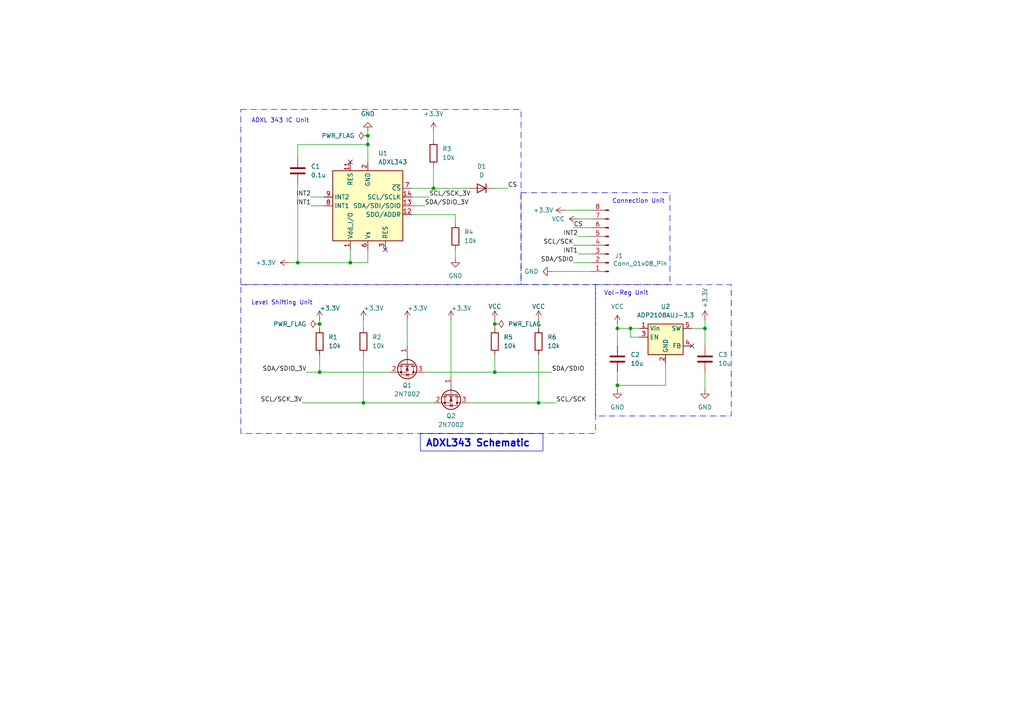
<source format=kicad_sch>
(kicad_sch
	(version 20231120)
	(generator "eeschema")
	(generator_version "8.0")
	(uuid "8f997d86-51af-43f3-a8d3-f114e8fe1ae4")
	(paper "A4")
	(lib_symbols
		(symbol "Connector:Conn_01x08_Pin"
			(pin_names
				(offset 1.016) hide)
			(exclude_from_sim no)
			(in_bom yes)
			(on_board yes)
			(property "Reference" "J"
				(at 0 10.16 0)
				(effects
					(font
						(size 1.27 1.27)
					)
				)
			)
			(property "Value" "Conn_01x08_Pin"
				(at 0 -12.7 0)
				(effects
					(font
						(size 1.27 1.27)
					)
				)
			)
			(property "Footprint" ""
				(at 0 0 0)
				(effects
					(font
						(size 1.27 1.27)
					)
					(hide yes)
				)
			)
			(property "Datasheet" "~"
				(at 0 0 0)
				(effects
					(font
						(size 1.27 1.27)
					)
					(hide yes)
				)
			)
			(property "Description" "Generic connector, single row, 01x08, script generated"
				(at 0 0 0)
				(effects
					(font
						(size 1.27 1.27)
					)
					(hide yes)
				)
			)
			(property "ki_locked" ""
				(at 0 0 0)
				(effects
					(font
						(size 1.27 1.27)
					)
				)
			)
			(property "ki_keywords" "connector"
				(at 0 0 0)
				(effects
					(font
						(size 1.27 1.27)
					)
					(hide yes)
				)
			)
			(property "ki_fp_filters" "Connector*:*_1x??_*"
				(at 0 0 0)
				(effects
					(font
						(size 1.27 1.27)
					)
					(hide yes)
				)
			)
			(symbol "Conn_01x08_Pin_1_1"
				(polyline
					(pts
						(xy 1.27 -10.16) (xy 0.8636 -10.16)
					)
					(stroke
						(width 0.1524)
						(type default)
					)
					(fill
						(type none)
					)
				)
				(polyline
					(pts
						(xy 1.27 -7.62) (xy 0.8636 -7.62)
					)
					(stroke
						(width 0.1524)
						(type default)
					)
					(fill
						(type none)
					)
				)
				(polyline
					(pts
						(xy 1.27 -5.08) (xy 0.8636 -5.08)
					)
					(stroke
						(width 0.1524)
						(type default)
					)
					(fill
						(type none)
					)
				)
				(polyline
					(pts
						(xy 1.27 -2.54) (xy 0.8636 -2.54)
					)
					(stroke
						(width 0.1524)
						(type default)
					)
					(fill
						(type none)
					)
				)
				(polyline
					(pts
						(xy 1.27 0) (xy 0.8636 0)
					)
					(stroke
						(width 0.1524)
						(type default)
					)
					(fill
						(type none)
					)
				)
				(polyline
					(pts
						(xy 1.27 2.54) (xy 0.8636 2.54)
					)
					(stroke
						(width 0.1524)
						(type default)
					)
					(fill
						(type none)
					)
				)
				(polyline
					(pts
						(xy 1.27 5.08) (xy 0.8636 5.08)
					)
					(stroke
						(width 0.1524)
						(type default)
					)
					(fill
						(type none)
					)
				)
				(polyline
					(pts
						(xy 1.27 7.62) (xy 0.8636 7.62)
					)
					(stroke
						(width 0.1524)
						(type default)
					)
					(fill
						(type none)
					)
				)
				(rectangle
					(start 0.8636 -10.033)
					(end 0 -10.287)
					(stroke
						(width 0.1524)
						(type default)
					)
					(fill
						(type outline)
					)
				)
				(rectangle
					(start 0.8636 -7.493)
					(end 0 -7.747)
					(stroke
						(width 0.1524)
						(type default)
					)
					(fill
						(type outline)
					)
				)
				(rectangle
					(start 0.8636 -4.953)
					(end 0 -5.207)
					(stroke
						(width 0.1524)
						(type default)
					)
					(fill
						(type outline)
					)
				)
				(rectangle
					(start 0.8636 -2.413)
					(end 0 -2.667)
					(stroke
						(width 0.1524)
						(type default)
					)
					(fill
						(type outline)
					)
				)
				(rectangle
					(start 0.8636 0.127)
					(end 0 -0.127)
					(stroke
						(width 0.1524)
						(type default)
					)
					(fill
						(type outline)
					)
				)
				(rectangle
					(start 0.8636 2.667)
					(end 0 2.413)
					(stroke
						(width 0.1524)
						(type default)
					)
					(fill
						(type outline)
					)
				)
				(rectangle
					(start 0.8636 5.207)
					(end 0 4.953)
					(stroke
						(width 0.1524)
						(type default)
					)
					(fill
						(type outline)
					)
				)
				(rectangle
					(start 0.8636 7.747)
					(end 0 7.493)
					(stroke
						(width 0.1524)
						(type default)
					)
					(fill
						(type outline)
					)
				)
				(pin passive line
					(at 5.08 7.62 180)
					(length 3.81)
					(name "Pin_1"
						(effects
							(font
								(size 1.27 1.27)
							)
						)
					)
					(number "1"
						(effects
							(font
								(size 1.27 1.27)
							)
						)
					)
				)
				(pin passive line
					(at 5.08 5.08 180)
					(length 3.81)
					(name "Pin_2"
						(effects
							(font
								(size 1.27 1.27)
							)
						)
					)
					(number "2"
						(effects
							(font
								(size 1.27 1.27)
							)
						)
					)
				)
				(pin passive line
					(at 5.08 2.54 180)
					(length 3.81)
					(name "Pin_3"
						(effects
							(font
								(size 1.27 1.27)
							)
						)
					)
					(number "3"
						(effects
							(font
								(size 1.27 1.27)
							)
						)
					)
				)
				(pin passive line
					(at 5.08 0 180)
					(length 3.81)
					(name "Pin_4"
						(effects
							(font
								(size 1.27 1.27)
							)
						)
					)
					(number "4"
						(effects
							(font
								(size 1.27 1.27)
							)
						)
					)
				)
				(pin passive line
					(at 5.08 -2.54 180)
					(length 3.81)
					(name "Pin_5"
						(effects
							(font
								(size 1.27 1.27)
							)
						)
					)
					(number "5"
						(effects
							(font
								(size 1.27 1.27)
							)
						)
					)
				)
				(pin passive line
					(at 5.08 -5.08 180)
					(length 3.81)
					(name "Pin_6"
						(effects
							(font
								(size 1.27 1.27)
							)
						)
					)
					(number "6"
						(effects
							(font
								(size 1.27 1.27)
							)
						)
					)
				)
				(pin passive line
					(at 5.08 -7.62 180)
					(length 3.81)
					(name "Pin_7"
						(effects
							(font
								(size 1.27 1.27)
							)
						)
					)
					(number "7"
						(effects
							(font
								(size 1.27 1.27)
							)
						)
					)
				)
				(pin passive line
					(at 5.08 -10.16 180)
					(length 3.81)
					(name "Pin_8"
						(effects
							(font
								(size 1.27 1.27)
							)
						)
					)
					(number "8"
						(effects
							(font
								(size 1.27 1.27)
							)
						)
					)
				)
			)
		)
		(symbol "Device:C"
			(pin_numbers hide)
			(pin_names
				(offset 0.254)
			)
			(exclude_from_sim no)
			(in_bom yes)
			(on_board yes)
			(property "Reference" "C"
				(at 0.635 2.54 0)
				(effects
					(font
						(size 1.27 1.27)
					)
					(justify left)
				)
			)
			(property "Value" "C"
				(at 0.635 -2.54 0)
				(effects
					(font
						(size 1.27 1.27)
					)
					(justify left)
				)
			)
			(property "Footprint" ""
				(at 0.9652 -3.81 0)
				(effects
					(font
						(size 1.27 1.27)
					)
					(hide yes)
				)
			)
			(property "Datasheet" "~"
				(at 0 0 0)
				(effects
					(font
						(size 1.27 1.27)
					)
					(hide yes)
				)
			)
			(property "Description" "Unpolarized capacitor"
				(at 0 0 0)
				(effects
					(font
						(size 1.27 1.27)
					)
					(hide yes)
				)
			)
			(property "ki_keywords" "cap capacitor"
				(at 0 0 0)
				(effects
					(font
						(size 1.27 1.27)
					)
					(hide yes)
				)
			)
			(property "ki_fp_filters" "C_*"
				(at 0 0 0)
				(effects
					(font
						(size 1.27 1.27)
					)
					(hide yes)
				)
			)
			(symbol "C_0_1"
				(polyline
					(pts
						(xy -2.032 -0.762) (xy 2.032 -0.762)
					)
					(stroke
						(width 0.508)
						(type default)
					)
					(fill
						(type none)
					)
				)
				(polyline
					(pts
						(xy -2.032 0.762) (xy 2.032 0.762)
					)
					(stroke
						(width 0.508)
						(type default)
					)
					(fill
						(type none)
					)
				)
			)
			(symbol "C_1_1"
				(pin passive line
					(at 0 3.81 270)
					(length 2.794)
					(name "~"
						(effects
							(font
								(size 1.27 1.27)
							)
						)
					)
					(number "1"
						(effects
							(font
								(size 1.27 1.27)
							)
						)
					)
				)
				(pin passive line
					(at 0 -3.81 90)
					(length 2.794)
					(name "~"
						(effects
							(font
								(size 1.27 1.27)
							)
						)
					)
					(number "2"
						(effects
							(font
								(size 1.27 1.27)
							)
						)
					)
				)
			)
		)
		(symbol "Device:D"
			(pin_numbers hide)
			(pin_names
				(offset 1.016) hide)
			(exclude_from_sim no)
			(in_bom yes)
			(on_board yes)
			(property "Reference" "D"
				(at 0 2.54 0)
				(effects
					(font
						(size 1.27 1.27)
					)
				)
			)
			(property "Value" "D"
				(at 0 -2.54 0)
				(effects
					(font
						(size 1.27 1.27)
					)
				)
			)
			(property "Footprint" ""
				(at 0 0 0)
				(effects
					(font
						(size 1.27 1.27)
					)
					(hide yes)
				)
			)
			(property "Datasheet" "~"
				(at 0 0 0)
				(effects
					(font
						(size 1.27 1.27)
					)
					(hide yes)
				)
			)
			(property "Description" "Diode"
				(at 0 0 0)
				(effects
					(font
						(size 1.27 1.27)
					)
					(hide yes)
				)
			)
			(property "Sim.Device" "D"
				(at 0 0 0)
				(effects
					(font
						(size 1.27 1.27)
					)
					(hide yes)
				)
			)
			(property "Sim.Pins" "1=K 2=A"
				(at 0 0 0)
				(effects
					(font
						(size 1.27 1.27)
					)
					(hide yes)
				)
			)
			(property "ki_keywords" "diode"
				(at 0 0 0)
				(effects
					(font
						(size 1.27 1.27)
					)
					(hide yes)
				)
			)
			(property "ki_fp_filters" "TO-???* *_Diode_* *SingleDiode* D_*"
				(at 0 0 0)
				(effects
					(font
						(size 1.27 1.27)
					)
					(hide yes)
				)
			)
			(symbol "D_0_1"
				(polyline
					(pts
						(xy -1.27 1.27) (xy -1.27 -1.27)
					)
					(stroke
						(width 0.254)
						(type default)
					)
					(fill
						(type none)
					)
				)
				(polyline
					(pts
						(xy 1.27 0) (xy -1.27 0)
					)
					(stroke
						(width 0)
						(type default)
					)
					(fill
						(type none)
					)
				)
				(polyline
					(pts
						(xy 1.27 1.27) (xy 1.27 -1.27) (xy -1.27 0) (xy 1.27 1.27)
					)
					(stroke
						(width 0.254)
						(type default)
					)
					(fill
						(type none)
					)
				)
			)
			(symbol "D_1_1"
				(pin passive line
					(at -3.81 0 0)
					(length 2.54)
					(name "K"
						(effects
							(font
								(size 1.27 1.27)
							)
						)
					)
					(number "1"
						(effects
							(font
								(size 1.27 1.27)
							)
						)
					)
				)
				(pin passive line
					(at 3.81 0 180)
					(length 2.54)
					(name "A"
						(effects
							(font
								(size 1.27 1.27)
							)
						)
					)
					(number "2"
						(effects
							(font
								(size 1.27 1.27)
							)
						)
					)
				)
			)
		)
		(symbol "Device:R"
			(pin_numbers hide)
			(pin_names
				(offset 0)
			)
			(exclude_from_sim no)
			(in_bom yes)
			(on_board yes)
			(property "Reference" "R"
				(at 2.032 0 90)
				(effects
					(font
						(size 1.27 1.27)
					)
				)
			)
			(property "Value" "R"
				(at 0 0 90)
				(effects
					(font
						(size 1.27 1.27)
					)
				)
			)
			(property "Footprint" ""
				(at -1.778 0 90)
				(effects
					(font
						(size 1.27 1.27)
					)
					(hide yes)
				)
			)
			(property "Datasheet" "~"
				(at 0 0 0)
				(effects
					(font
						(size 1.27 1.27)
					)
					(hide yes)
				)
			)
			(property "Description" "Resistor"
				(at 0 0 0)
				(effects
					(font
						(size 1.27 1.27)
					)
					(hide yes)
				)
			)
			(property "ki_keywords" "R res resistor"
				(at 0 0 0)
				(effects
					(font
						(size 1.27 1.27)
					)
					(hide yes)
				)
			)
			(property "ki_fp_filters" "R_*"
				(at 0 0 0)
				(effects
					(font
						(size 1.27 1.27)
					)
					(hide yes)
				)
			)
			(symbol "R_0_1"
				(rectangle
					(start -1.016 -2.54)
					(end 1.016 2.54)
					(stroke
						(width 0.254)
						(type default)
					)
					(fill
						(type none)
					)
				)
			)
			(symbol "R_1_1"
				(pin passive line
					(at 0 3.81 270)
					(length 1.27)
					(name "~"
						(effects
							(font
								(size 1.27 1.27)
							)
						)
					)
					(number "1"
						(effects
							(font
								(size 1.27 1.27)
							)
						)
					)
				)
				(pin passive line
					(at 0 -3.81 90)
					(length 1.27)
					(name "~"
						(effects
							(font
								(size 1.27 1.27)
							)
						)
					)
					(number "2"
						(effects
							(font
								(size 1.27 1.27)
							)
						)
					)
				)
			)
		)
		(symbol "Regulator_Switching:ADP2108AUJ-3.3"
			(exclude_from_sim no)
			(in_bom yes)
			(on_board yes)
			(property "Reference" "U"
				(at -5.08 5.08 0)
				(effects
					(font
						(size 1.27 1.27)
					)
					(justify left)
				)
			)
			(property "Value" "ADP2108AUJ-3.3"
				(at 0 5.08 0)
				(effects
					(font
						(size 1.27 1.27)
					)
					(justify left)
				)
			)
			(property "Footprint" "Package_TO_SOT_SMD:TSOT-23-5"
				(at 1.27 -6.35 0)
				(effects
					(font
						(size 1.27 1.27)
					)
					(justify left)
					(hide yes)
				)
			)
			(property "Datasheet" "https://www.analog.com/media/en/technical-documentation/data-sheets/ADP2108.pdf"
				(at -6.35 -8.89 0)
				(effects
					(font
						(size 1.27 1.27)
					)
					(hide yes)
				)
			)
			(property "Description" "3MHz switching bucK regulator, 600mA 3.3V output voltage,"
				(at 0 0 0)
				(effects
					(font
						(size 1.27 1.27)
					)
					(hide yes)
				)
			)
			(property "ki_keywords" "Voltage regulator switching buck fixed output analog"
				(at 0 0 0)
				(effects
					(font
						(size 1.27 1.27)
					)
					(hide yes)
				)
			)
			(property "ki_fp_filters" "TSOT?23*"
				(at 0 0 0)
				(effects
					(font
						(size 1.27 1.27)
					)
					(hide yes)
				)
			)
			(symbol "ADP2108AUJ-3.3_0_1"
				(rectangle
					(start -5.08 3.81)
					(end 5.08 -5.08)
					(stroke
						(width 0.254)
						(type default)
					)
					(fill
						(type background)
					)
				)
			)
			(symbol "ADP2108AUJ-3.3_1_1"
				(pin power_in line
					(at -7.62 2.54 0)
					(length 2.54)
					(name "Vin"
						(effects
							(font
								(size 1.27 1.27)
							)
						)
					)
					(number "1"
						(effects
							(font
								(size 1.27 1.27)
							)
						)
					)
				)
				(pin power_in line
					(at 0 -7.62 90)
					(length 2.54)
					(name "GND"
						(effects
							(font
								(size 1.27 1.27)
							)
						)
					)
					(number "2"
						(effects
							(font
								(size 1.27 1.27)
							)
						)
					)
				)
				(pin input line
					(at -7.62 0 0)
					(length 2.54)
					(name "EN"
						(effects
							(font
								(size 1.27 1.27)
							)
						)
					)
					(number "3"
						(effects
							(font
								(size 1.27 1.27)
							)
						)
					)
				)
				(pin input line
					(at 7.62 -2.54 180)
					(length 2.54)
					(name "FB"
						(effects
							(font
								(size 1.27 1.27)
							)
						)
					)
					(number "4"
						(effects
							(font
								(size 1.27 1.27)
							)
						)
					)
				)
				(pin input line
					(at 7.62 2.54 180)
					(length 2.54)
					(name "SW"
						(effects
							(font
								(size 1.27 1.27)
							)
						)
					)
					(number "5"
						(effects
							(font
								(size 1.27 1.27)
							)
						)
					)
				)
			)
		)
		(symbol "Sensor_Motion:ADXL343"
			(exclude_from_sim no)
			(in_bom yes)
			(on_board yes)
			(property "Reference" "U"
				(at -8.89 11.43 0)
				(effects
					(font
						(size 1.27 1.27)
					)
				)
			)
			(property "Value" "ADXL343"
				(at -7.62 -11.43 0)
				(effects
					(font
						(size 1.27 1.27)
					)
				)
			)
			(property "Footprint" "Package_LGA:LGA-14_3x5mm_P0.8mm_LayoutBorder1x6y"
				(at 0 0 0)
				(effects
					(font
						(size 1.27 1.27)
					)
					(hide yes)
				)
			)
			(property "Datasheet" "https://www.analog.com/media/en/technical-documentation/data-sheets/ADXL343.pdf"
				(at 0 0 0)
				(effects
					(font
						(size 1.27 1.27)
					)
					(hide yes)
				)
			)
			(property "Description" "3-Axis MEMS Accelerometer, 2/4/8/16g range, I2C/SPI, LGA-14"
				(at 0 0 0)
				(effects
					(font
						(size 1.27 1.27)
					)
					(hide yes)
				)
			)
			(property "ki_keywords" "3-axis accelerometer i2c spi mems"
				(at 0 0 0)
				(effects
					(font
						(size 1.27 1.27)
					)
					(hide yes)
				)
			)
			(property "ki_fp_filters" "*LGA*3x5mm*P0.8mm*"
				(at 0 0 0)
				(effects
					(font
						(size 1.27 1.27)
					)
					(hide yes)
				)
			)
			(symbol "ADXL343_0_1"
				(rectangle
					(start -10.16 10.16)
					(end 10.16 -10.16)
					(stroke
						(width 0.254)
						(type default)
					)
					(fill
						(type background)
					)
				)
			)
			(symbol "ADXL343_1_1"
				(pin power_in line
					(at 5.08 12.7 270)
					(length 2.54)
					(name "Vdd_I/O"
						(effects
							(font
								(size 1.27 1.27)
							)
						)
					)
					(number "1"
						(effects
							(font
								(size 1.27 1.27)
							)
						)
					)
				)
				(pin no_connect line
					(at -5.08 -10.16 90)
					(length 2.54) hide
					(name "NC"
						(effects
							(font
								(size 1.27 1.27)
							)
						)
					)
					(number "10"
						(effects
							(font
								(size 1.27 1.27)
							)
						)
					)
				)
				(pin passive line
					(at 5.08 -12.7 90)
					(length 2.54)
					(name "RES"
						(effects
							(font
								(size 1.27 1.27)
							)
						)
					)
					(number "11"
						(effects
							(font
								(size 1.27 1.27)
							)
						)
					)
				)
				(pin bidirectional line
					(at -12.7 2.54 0)
					(length 2.54)
					(name "SDO/ADDR"
						(effects
							(font
								(size 1.27 1.27)
							)
						)
					)
					(number "12"
						(effects
							(font
								(size 1.27 1.27)
							)
						)
					)
				)
				(pin bidirectional line
					(at -12.7 0 0)
					(length 2.54)
					(name "SDA/SDI/SDIO"
						(effects
							(font
								(size 1.27 1.27)
							)
						)
					)
					(number "13"
						(effects
							(font
								(size 1.27 1.27)
							)
						)
					)
				)
				(pin input line
					(at -12.7 -2.54 0)
					(length 2.54)
					(name "SCL/SCLK"
						(effects
							(font
								(size 1.27 1.27)
							)
						)
					)
					(number "14"
						(effects
							(font
								(size 1.27 1.27)
							)
						)
					)
				)
				(pin power_in line
					(at 0 -12.7 90)
					(length 2.54)
					(name "GND"
						(effects
							(font
								(size 1.27 1.27)
							)
						)
					)
					(number "2"
						(effects
							(font
								(size 1.27 1.27)
							)
						)
					)
				)
				(pin passive line
					(at -5.08 12.7 270)
					(length 2.54)
					(name "RES"
						(effects
							(font
								(size 1.27 1.27)
							)
						)
					)
					(number "3"
						(effects
							(font
								(size 1.27 1.27)
							)
						)
					)
				)
				(pin passive line
					(at 0 -12.7 90)
					(length 2.54) hide
					(name "GND"
						(effects
							(font
								(size 1.27 1.27)
							)
						)
					)
					(number "4"
						(effects
							(font
								(size 1.27 1.27)
							)
						)
					)
				)
				(pin passive line
					(at 0 -12.7 90)
					(length 2.54) hide
					(name "GND"
						(effects
							(font
								(size 1.27 1.27)
							)
						)
					)
					(number "5"
						(effects
							(font
								(size 1.27 1.27)
							)
						)
					)
				)
				(pin power_in line
					(at 0 12.7 270)
					(length 2.54)
					(name "Vs"
						(effects
							(font
								(size 1.27 1.27)
							)
						)
					)
					(number "6"
						(effects
							(font
								(size 1.27 1.27)
							)
						)
					)
				)
				(pin input line
					(at -12.7 -5.08 0)
					(length 2.54)
					(name "~{CS}"
						(effects
							(font
								(size 1.27 1.27)
							)
						)
					)
					(number "7"
						(effects
							(font
								(size 1.27 1.27)
							)
						)
					)
				)
				(pin output line
					(at 12.7 0 180)
					(length 2.54)
					(name "INT1"
						(effects
							(font
								(size 1.27 1.27)
							)
						)
					)
					(number "8"
						(effects
							(font
								(size 1.27 1.27)
							)
						)
					)
				)
				(pin output line
					(at 12.7 -2.54 180)
					(length 2.54)
					(name "INT2"
						(effects
							(font
								(size 1.27 1.27)
							)
						)
					)
					(number "9"
						(effects
							(font
								(size 1.27 1.27)
							)
						)
					)
				)
			)
		)
		(symbol "Transistor_FET:2N7002"
			(pin_names hide)
			(exclude_from_sim no)
			(in_bom yes)
			(on_board yes)
			(property "Reference" "Q"
				(at 5.08 1.905 0)
				(effects
					(font
						(size 1.27 1.27)
					)
					(justify left)
				)
			)
			(property "Value" "2N7002"
				(at 5.08 0 0)
				(effects
					(font
						(size 1.27 1.27)
					)
					(justify left)
				)
			)
			(property "Footprint" "Package_TO_SOT_SMD:SOT-23"
				(at 5.08 -1.905 0)
				(effects
					(font
						(size 1.27 1.27)
						(italic yes)
					)
					(justify left)
					(hide yes)
				)
			)
			(property "Datasheet" "https://www.onsemi.com/pub/Collateral/NDS7002A-D.PDF"
				(at 5.08 -3.81 0)
				(effects
					(font
						(size 1.27 1.27)
					)
					(justify left)
					(hide yes)
				)
			)
			(property "Description" "0.115A Id, 60V Vds, N-Channel MOSFET, SOT-23"
				(at 0 0 0)
				(effects
					(font
						(size 1.27 1.27)
					)
					(hide yes)
				)
			)
			(property "ki_keywords" "N-Channel Switching MOSFET"
				(at 0 0 0)
				(effects
					(font
						(size 1.27 1.27)
					)
					(hide yes)
				)
			)
			(property "ki_fp_filters" "SOT?23*"
				(at 0 0 0)
				(effects
					(font
						(size 1.27 1.27)
					)
					(hide yes)
				)
			)
			(symbol "2N7002_0_1"
				(polyline
					(pts
						(xy 0.254 0) (xy -2.54 0)
					)
					(stroke
						(width 0)
						(type default)
					)
					(fill
						(type none)
					)
				)
				(polyline
					(pts
						(xy 0.254 1.905) (xy 0.254 -1.905)
					)
					(stroke
						(width 0.254)
						(type default)
					)
					(fill
						(type none)
					)
				)
				(polyline
					(pts
						(xy 0.762 -1.27) (xy 0.762 -2.286)
					)
					(stroke
						(width 0.254)
						(type default)
					)
					(fill
						(type none)
					)
				)
				(polyline
					(pts
						(xy 0.762 0.508) (xy 0.762 -0.508)
					)
					(stroke
						(width 0.254)
						(type default)
					)
					(fill
						(type none)
					)
				)
				(polyline
					(pts
						(xy 0.762 2.286) (xy 0.762 1.27)
					)
					(stroke
						(width 0.254)
						(type default)
					)
					(fill
						(type none)
					)
				)
				(polyline
					(pts
						(xy 2.54 2.54) (xy 2.54 1.778)
					)
					(stroke
						(width 0)
						(type default)
					)
					(fill
						(type none)
					)
				)
				(polyline
					(pts
						(xy 2.54 -2.54) (xy 2.54 0) (xy 0.762 0)
					)
					(stroke
						(width 0)
						(type default)
					)
					(fill
						(type none)
					)
				)
				(polyline
					(pts
						(xy 0.762 -1.778) (xy 3.302 -1.778) (xy 3.302 1.778) (xy 0.762 1.778)
					)
					(stroke
						(width 0)
						(type default)
					)
					(fill
						(type none)
					)
				)
				(polyline
					(pts
						(xy 1.016 0) (xy 2.032 0.381) (xy 2.032 -0.381) (xy 1.016 0)
					)
					(stroke
						(width 0)
						(type default)
					)
					(fill
						(type outline)
					)
				)
				(polyline
					(pts
						(xy 2.794 0.508) (xy 2.921 0.381) (xy 3.683 0.381) (xy 3.81 0.254)
					)
					(stroke
						(width 0)
						(type default)
					)
					(fill
						(type none)
					)
				)
				(polyline
					(pts
						(xy 3.302 0.381) (xy 2.921 -0.254) (xy 3.683 -0.254) (xy 3.302 0.381)
					)
					(stroke
						(width 0)
						(type default)
					)
					(fill
						(type none)
					)
				)
				(circle
					(center 1.651 0)
					(radius 2.794)
					(stroke
						(width 0.254)
						(type default)
					)
					(fill
						(type none)
					)
				)
				(circle
					(center 2.54 -1.778)
					(radius 0.254)
					(stroke
						(width 0)
						(type default)
					)
					(fill
						(type outline)
					)
				)
				(circle
					(center 2.54 1.778)
					(radius 0.254)
					(stroke
						(width 0)
						(type default)
					)
					(fill
						(type outline)
					)
				)
			)
			(symbol "2N7002_1_1"
				(pin input line
					(at -5.08 0 0)
					(length 2.54)
					(name "G"
						(effects
							(font
								(size 1.27 1.27)
							)
						)
					)
					(number "1"
						(effects
							(font
								(size 1.27 1.27)
							)
						)
					)
				)
				(pin passive line
					(at 2.54 -5.08 90)
					(length 2.54)
					(name "S"
						(effects
							(font
								(size 1.27 1.27)
							)
						)
					)
					(number "2"
						(effects
							(font
								(size 1.27 1.27)
							)
						)
					)
				)
				(pin passive line
					(at 2.54 5.08 270)
					(length 2.54)
					(name "D"
						(effects
							(font
								(size 1.27 1.27)
							)
						)
					)
					(number "3"
						(effects
							(font
								(size 1.27 1.27)
							)
						)
					)
				)
			)
		)
		(symbol "power:+3.3V"
			(power)
			(pin_numbers hide)
			(pin_names
				(offset 0) hide)
			(exclude_from_sim no)
			(in_bom yes)
			(on_board yes)
			(property "Reference" "#PWR"
				(at 0 -3.81 0)
				(effects
					(font
						(size 1.27 1.27)
					)
					(hide yes)
				)
			)
			(property "Value" "+3.3V"
				(at 0 3.556 0)
				(effects
					(font
						(size 1.27 1.27)
					)
				)
			)
			(property "Footprint" ""
				(at 0 0 0)
				(effects
					(font
						(size 1.27 1.27)
					)
					(hide yes)
				)
			)
			(property "Datasheet" ""
				(at 0 0 0)
				(effects
					(font
						(size 1.27 1.27)
					)
					(hide yes)
				)
			)
			(property "Description" "Power symbol creates a global label with name \"+3.3V\""
				(at 0 0 0)
				(effects
					(font
						(size 1.27 1.27)
					)
					(hide yes)
				)
			)
			(property "ki_keywords" "global power"
				(at 0 0 0)
				(effects
					(font
						(size 1.27 1.27)
					)
					(hide yes)
				)
			)
			(symbol "+3.3V_0_1"
				(polyline
					(pts
						(xy -0.762 1.27) (xy 0 2.54)
					)
					(stroke
						(width 0)
						(type default)
					)
					(fill
						(type none)
					)
				)
				(polyline
					(pts
						(xy 0 0) (xy 0 2.54)
					)
					(stroke
						(width 0)
						(type default)
					)
					(fill
						(type none)
					)
				)
				(polyline
					(pts
						(xy 0 2.54) (xy 0.762 1.27)
					)
					(stroke
						(width 0)
						(type default)
					)
					(fill
						(type none)
					)
				)
			)
			(symbol "+3.3V_1_1"
				(pin power_in line
					(at 0 0 90)
					(length 0)
					(name "~"
						(effects
							(font
								(size 1.27 1.27)
							)
						)
					)
					(number "1"
						(effects
							(font
								(size 1.27 1.27)
							)
						)
					)
				)
			)
		)
		(symbol "power:GND"
			(power)
			(pin_numbers hide)
			(pin_names
				(offset 0) hide)
			(exclude_from_sim no)
			(in_bom yes)
			(on_board yes)
			(property "Reference" "#PWR"
				(at 0 -6.35 0)
				(effects
					(font
						(size 1.27 1.27)
					)
					(hide yes)
				)
			)
			(property "Value" "GND"
				(at 0 -3.81 0)
				(effects
					(font
						(size 1.27 1.27)
					)
				)
			)
			(property "Footprint" ""
				(at 0 0 0)
				(effects
					(font
						(size 1.27 1.27)
					)
					(hide yes)
				)
			)
			(property "Datasheet" ""
				(at 0 0 0)
				(effects
					(font
						(size 1.27 1.27)
					)
					(hide yes)
				)
			)
			(property "Description" "Power symbol creates a global label with name \"GND\" , ground"
				(at 0 0 0)
				(effects
					(font
						(size 1.27 1.27)
					)
					(hide yes)
				)
			)
			(property "ki_keywords" "global power"
				(at 0 0 0)
				(effects
					(font
						(size 1.27 1.27)
					)
					(hide yes)
				)
			)
			(symbol "GND_0_1"
				(polyline
					(pts
						(xy 0 0) (xy 0 -1.27) (xy 1.27 -1.27) (xy 0 -2.54) (xy -1.27 -1.27) (xy 0 -1.27)
					)
					(stroke
						(width 0)
						(type default)
					)
					(fill
						(type none)
					)
				)
			)
			(symbol "GND_1_1"
				(pin power_in line
					(at 0 0 270)
					(length 0)
					(name "~"
						(effects
							(font
								(size 1.27 1.27)
							)
						)
					)
					(number "1"
						(effects
							(font
								(size 1.27 1.27)
							)
						)
					)
				)
			)
		)
		(symbol "power:PWR_FLAG"
			(power)
			(pin_numbers hide)
			(pin_names
				(offset 0) hide)
			(exclude_from_sim no)
			(in_bom yes)
			(on_board yes)
			(property "Reference" "#FLG"
				(at 0 1.905 0)
				(effects
					(font
						(size 1.27 1.27)
					)
					(hide yes)
				)
			)
			(property "Value" "PWR_FLAG"
				(at 0 3.81 0)
				(effects
					(font
						(size 1.27 1.27)
					)
				)
			)
			(property "Footprint" ""
				(at 0 0 0)
				(effects
					(font
						(size 1.27 1.27)
					)
					(hide yes)
				)
			)
			(property "Datasheet" "~"
				(at 0 0 0)
				(effects
					(font
						(size 1.27 1.27)
					)
					(hide yes)
				)
			)
			(property "Description" "Special symbol for telling ERC where power comes from"
				(at 0 0 0)
				(effects
					(font
						(size 1.27 1.27)
					)
					(hide yes)
				)
			)
			(property "ki_keywords" "flag power"
				(at 0 0 0)
				(effects
					(font
						(size 1.27 1.27)
					)
					(hide yes)
				)
			)
			(symbol "PWR_FLAG_0_0"
				(pin power_out line
					(at 0 0 90)
					(length 0)
					(name "~"
						(effects
							(font
								(size 1.27 1.27)
							)
						)
					)
					(number "1"
						(effects
							(font
								(size 1.27 1.27)
							)
						)
					)
				)
			)
			(symbol "PWR_FLAG_0_1"
				(polyline
					(pts
						(xy 0 0) (xy 0 1.27) (xy -1.016 1.905) (xy 0 2.54) (xy 1.016 1.905) (xy 0 1.27)
					)
					(stroke
						(width 0)
						(type default)
					)
					(fill
						(type none)
					)
				)
			)
		)
		(symbol "power:VCC"
			(power)
			(pin_numbers hide)
			(pin_names
				(offset 0) hide)
			(exclude_from_sim no)
			(in_bom yes)
			(on_board yes)
			(property "Reference" "#PWR"
				(at 0 -3.81 0)
				(effects
					(font
						(size 1.27 1.27)
					)
					(hide yes)
				)
			)
			(property "Value" "VCC"
				(at 0 3.556 0)
				(effects
					(font
						(size 1.27 1.27)
					)
				)
			)
			(property "Footprint" ""
				(at 0 0 0)
				(effects
					(font
						(size 1.27 1.27)
					)
					(hide yes)
				)
			)
			(property "Datasheet" ""
				(at 0 0 0)
				(effects
					(font
						(size 1.27 1.27)
					)
					(hide yes)
				)
			)
			(property "Description" "Power symbol creates a global label with name \"VCC\""
				(at 0 0 0)
				(effects
					(font
						(size 1.27 1.27)
					)
					(hide yes)
				)
			)
			(property "ki_keywords" "global power"
				(at 0 0 0)
				(effects
					(font
						(size 1.27 1.27)
					)
					(hide yes)
				)
			)
			(symbol "VCC_0_1"
				(polyline
					(pts
						(xy -0.762 1.27) (xy 0 2.54)
					)
					(stroke
						(width 0)
						(type default)
					)
					(fill
						(type none)
					)
				)
				(polyline
					(pts
						(xy 0 0) (xy 0 2.54)
					)
					(stroke
						(width 0)
						(type default)
					)
					(fill
						(type none)
					)
				)
				(polyline
					(pts
						(xy 0 2.54) (xy 0.762 1.27)
					)
					(stroke
						(width 0)
						(type default)
					)
					(fill
						(type none)
					)
				)
			)
			(symbol "VCC_1_1"
				(pin power_in line
					(at 0 0 90)
					(length 0)
					(name "~"
						(effects
							(font
								(size 1.27 1.27)
							)
						)
					)
					(number "1"
						(effects
							(font
								(size 1.27 1.27)
							)
						)
					)
				)
			)
		)
	)
	(junction
		(at 143.51 107.95)
		(diameter 0)
		(color 0 0 0 0)
		(uuid "170f6b67-2949-4426-83b3-42f25e7ba6a3")
	)
	(junction
		(at 101.6 76.2)
		(diameter 0)
		(color 0 0 0 0)
		(uuid "37a0cf94-2867-43b5-b98a-e3bbf1f7f809")
	)
	(junction
		(at 86.36 76.2)
		(diameter 0)
		(color 0 0 0 0)
		(uuid "4cbd09fa-2986-4db0-80ef-b8a0f8103534")
	)
	(junction
		(at 204.47 95.25)
		(diameter 0)
		(color 0 0 0 0)
		(uuid "4d7e0728-8aba-4137-b91a-322b6977a399")
	)
	(junction
		(at 106.68 41.91)
		(diameter 0)
		(color 0 0 0 0)
		(uuid "4ee49ad1-a3df-4b71-a1ec-07537396ab7d")
	)
	(junction
		(at 92.71 107.95)
		(diameter 0)
		(color 0 0 0 0)
		(uuid "555a5154-1bdf-40bd-bef6-5757171231d2")
	)
	(junction
		(at 179.07 111.76)
		(diameter 0)
		(color 0 0 0 0)
		(uuid "68857ad1-8e03-48f6-8a70-61e2946dad8b")
	)
	(junction
		(at 105.41 116.84)
		(diameter 0)
		(color 0 0 0 0)
		(uuid "8030c358-ab39-47e2-9162-7d7aff74bc3d")
	)
	(junction
		(at 182.88 95.25)
		(diameter 0)
		(color 0 0 0 0)
		(uuid "8715344b-44ec-48c6-8c3f-9cc880a2833c")
	)
	(junction
		(at 156.21 116.84)
		(diameter 0)
		(color 0 0 0 0)
		(uuid "9c71dd23-c379-40d2-a832-770461d09772")
	)
	(junction
		(at 106.68 39.37)
		(diameter 0)
		(color 0 0 0 0)
		(uuid "a4814c4b-5082-4570-b9f4-e5b532c88d67")
	)
	(junction
		(at 125.73 54.61)
		(diameter 0)
		(color 0 0 0 0)
		(uuid "b115149b-12b0-49c0-8a76-e5dd27265435")
	)
	(junction
		(at 92.71 93.98)
		(diameter 0)
		(color 0 0 0 0)
		(uuid "becb494f-384a-429b-a601-ca5107ac8bd3")
	)
	(junction
		(at 143.51 93.98)
		(diameter 0)
		(color 0 0 0 0)
		(uuid "e5c3316e-6df5-4195-ba54-d04f6c0d034d")
	)
	(junction
		(at 179.07 95.25)
		(diameter 0)
		(color 0 0 0 0)
		(uuid "e7045bc6-b1cf-40f1-bd87-c8fdc7099d33")
	)
	(no_connect
		(at 101.6 46.99)
		(uuid "057678ff-dd17-4ac4-a9e9-fde9110ecb74")
	)
	(no_connect
		(at 111.76 72.39)
		(uuid "8e01affa-444e-4e53-9db4-076bda371301")
	)
	(no_connect
		(at 200.66 100.33)
		(uuid "d036fcd1-87bc-4542-8718-1a4fc7b019bf")
	)
	(wire
		(pts
			(xy 143.51 92.71) (xy 143.51 93.98)
		)
		(stroke
			(width 0)
			(type default)
		)
		(uuid "00864d2b-8753-4665-aa45-41e936816e7c")
	)
	(wire
		(pts
			(xy 92.71 93.98) (xy 92.71 95.25)
		)
		(stroke
			(width 0)
			(type default)
		)
		(uuid "0434f2e3-d172-41e4-8649-d882c6808cb9")
	)
	(wire
		(pts
			(xy 204.47 95.25) (xy 204.47 92.71)
		)
		(stroke
			(width 0)
			(type default)
		)
		(uuid "074ce1df-0b9a-4f18-b75e-a8aaaffa6a32")
	)
	(wire
		(pts
			(xy 143.51 54.61) (xy 147.32 54.61)
		)
		(stroke
			(width 0)
			(type default)
		)
		(uuid "07bd98b8-b551-4ee3-8ac5-5d4cc797fb98")
	)
	(wire
		(pts
			(xy 106.68 76.2) (xy 101.6 76.2)
		)
		(stroke
			(width 0)
			(type default)
		)
		(uuid "08935cd5-2d20-4004-8dc9-684c044ff8de")
	)
	(wire
		(pts
			(xy 179.07 107.95) (xy 179.07 111.76)
		)
		(stroke
			(width 0)
			(type default)
		)
		(uuid "0bd305d6-c396-404e-82a3-896b7b1eead3")
	)
	(wire
		(pts
			(xy 101.6 72.39) (xy 101.6 76.2)
		)
		(stroke
			(width 0)
			(type default)
		)
		(uuid "0bed96ee-b13d-4ca4-85ac-3d70d8793a73")
	)
	(wire
		(pts
			(xy 123.19 107.95) (xy 143.51 107.95)
		)
		(stroke
			(width 0)
			(type default)
		)
		(uuid "0c8e2bce-45b1-4fe2-867a-9bf8b56d2b6d")
	)
	(wire
		(pts
			(xy 171.45 63.5) (xy 167.64 63.5)
		)
		(stroke
			(width 0)
			(type default)
		)
		(uuid "0ee779d9-52fa-4ee3-9a77-1dc8648f403a")
	)
	(wire
		(pts
			(xy 105.41 92.71) (xy 105.41 95.25)
		)
		(stroke
			(width 0)
			(type default)
		)
		(uuid "14baf860-880d-4817-9d08-29a2415b80ee")
	)
	(wire
		(pts
			(xy 105.41 116.84) (xy 125.73 116.84)
		)
		(stroke
			(width 0)
			(type default)
		)
		(uuid "177e6e93-e020-4da9-9a46-a826dfdfb7f8")
	)
	(wire
		(pts
			(xy 193.04 111.76) (xy 179.07 111.76)
		)
		(stroke
			(width 0)
			(type default)
		)
		(uuid "17f8235f-1fb5-43bf-aa21-c68b9a8a8b39")
	)
	(wire
		(pts
			(xy 125.73 38.1) (xy 125.73 40.64)
		)
		(stroke
			(width 0)
			(type default)
		)
		(uuid "1b90c51b-51e6-42d2-b163-7ffae1a37608")
	)
	(wire
		(pts
			(xy 119.38 54.61) (xy 125.73 54.61)
		)
		(stroke
			(width 0)
			(type default)
		)
		(uuid "1cc00df8-8846-4201-af95-161504b0e365")
	)
	(wire
		(pts
			(xy 118.11 92.71) (xy 118.11 100.33)
		)
		(stroke
			(width 0)
			(type default)
		)
		(uuid "25b4a5e9-dd68-4393-b0e5-fe803c1f1385")
	)
	(wire
		(pts
			(xy 101.6 76.2) (xy 86.36 76.2)
		)
		(stroke
			(width 0)
			(type default)
		)
		(uuid "2d213c34-452b-4421-9e8d-f1898d4692a3")
	)
	(wire
		(pts
			(xy 130.81 92.71) (xy 130.81 109.22)
		)
		(stroke
			(width 0)
			(type default)
		)
		(uuid "319f0fae-3b32-4eda-bd16-bfccc16a0615")
	)
	(wire
		(pts
			(xy 86.36 41.91) (xy 106.68 41.91)
		)
		(stroke
			(width 0)
			(type default)
		)
		(uuid "32c9c347-e438-4010-a128-c879bd0bb1c9")
	)
	(wire
		(pts
			(xy 204.47 95.25) (xy 204.47 100.33)
		)
		(stroke
			(width 0)
			(type default)
		)
		(uuid "3c372806-5c42-45f5-a520-acde4820e4db")
	)
	(wire
		(pts
			(xy 86.36 45.72) (xy 86.36 41.91)
		)
		(stroke
			(width 0)
			(type default)
		)
		(uuid "3c6358f7-b62d-4eac-9da8-6cb076ef2566")
	)
	(wire
		(pts
			(xy 106.68 39.37) (xy 106.68 41.91)
		)
		(stroke
			(width 0)
			(type default)
		)
		(uuid "46d2f4c1-3ab0-4d76-a257-3ecde3dc7b14")
	)
	(wire
		(pts
			(xy 156.21 102.87) (xy 156.21 116.84)
		)
		(stroke
			(width 0)
			(type default)
		)
		(uuid "4ce6b68e-e5a2-4edb-9e01-4263fd56e990")
	)
	(wire
		(pts
			(xy 125.73 48.26) (xy 125.73 54.61)
		)
		(stroke
			(width 0)
			(type default)
		)
		(uuid "4e5b1cee-2a7b-4844-bc2d-6405df66f883")
	)
	(wire
		(pts
			(xy 166.37 71.12) (xy 171.45 71.12)
		)
		(stroke
			(width 0)
			(type default)
		)
		(uuid "4f43f397-d168-4a2e-b46c-a2254704f71e")
	)
	(wire
		(pts
			(xy 182.88 97.79) (xy 182.88 95.25)
		)
		(stroke
			(width 0)
			(type default)
		)
		(uuid "4fc7d282-b761-4d4b-ad49-66c51b481027")
	)
	(wire
		(pts
			(xy 106.68 38.1) (xy 106.68 39.37)
		)
		(stroke
			(width 0)
			(type default)
		)
		(uuid "514f1d02-b95a-4a0d-a744-6ee7b738eb3f")
	)
	(wire
		(pts
			(xy 143.51 102.87) (xy 143.51 107.95)
		)
		(stroke
			(width 0)
			(type default)
		)
		(uuid "521fdbbf-29fd-4f78-a5fd-3bc467f49c60")
	)
	(wire
		(pts
			(xy 200.66 95.25) (xy 204.47 95.25)
		)
		(stroke
			(width 0)
			(type default)
		)
		(uuid "5a46073c-223f-4eff-b82c-c894f7d7e8ca")
	)
	(wire
		(pts
			(xy 163.83 60.96) (xy 171.45 60.96)
		)
		(stroke
			(width 0)
			(type default)
		)
		(uuid "637323ab-0386-4180-a04e-74aedcb79175")
	)
	(wire
		(pts
			(xy 106.68 41.91) (xy 106.68 46.99)
		)
		(stroke
			(width 0)
			(type default)
		)
		(uuid "64f50796-e735-4413-9a5e-c7b63c44d2ef")
	)
	(wire
		(pts
			(xy 86.36 76.2) (xy 83.82 76.2)
		)
		(stroke
			(width 0)
			(type default)
		)
		(uuid "7048beef-684e-4ab8-b3ea-46417612b4ce")
	)
	(wire
		(pts
			(xy 179.07 95.25) (xy 179.07 100.33)
		)
		(stroke
			(width 0)
			(type default)
		)
		(uuid "71eaf415-fb65-4d7b-8cd3-d42732fafe65")
	)
	(wire
		(pts
			(xy 179.07 111.76) (xy 179.07 113.03)
		)
		(stroke
			(width 0)
			(type default)
		)
		(uuid "76e61cf2-b99d-4ed4-8560-b298df7cf3b6")
	)
	(wire
		(pts
			(xy 119.38 59.69) (xy 123.19 59.69)
		)
		(stroke
			(width 0)
			(type default)
		)
		(uuid "7d7d7de0-b5fb-4832-bad8-d200ab2a3626")
	)
	(wire
		(pts
			(xy 193.04 105.41) (xy 193.04 111.76)
		)
		(stroke
			(width 0)
			(type default)
		)
		(uuid "821f9c36-cc34-4833-959e-5248006c6c21")
	)
	(wire
		(pts
			(xy 125.73 54.61) (xy 135.89 54.61)
		)
		(stroke
			(width 0)
			(type default)
		)
		(uuid "82411efc-39b3-4f35-902d-55c340817afb")
	)
	(wire
		(pts
			(xy 166.37 66.04) (xy 171.45 66.04)
		)
		(stroke
			(width 0)
			(type default)
		)
		(uuid "8b41c8a7-7f68-4d5e-8af6-435827bbd31b")
	)
	(wire
		(pts
			(xy 105.41 102.87) (xy 105.41 116.84)
		)
		(stroke
			(width 0)
			(type default)
		)
		(uuid "8ee17d40-fbb6-4018-ac68-506174618a77")
	)
	(wire
		(pts
			(xy 92.71 107.95) (xy 113.03 107.95)
		)
		(stroke
			(width 0)
			(type default)
		)
		(uuid "8f8d3f22-835e-499f-ba4a-4459de1e72bd")
	)
	(wire
		(pts
			(xy 167.64 73.66) (xy 171.45 73.66)
		)
		(stroke
			(width 0)
			(type default)
		)
		(uuid "944f3117-7ddc-4b54-8d73-f720d3bb5649")
	)
	(wire
		(pts
			(xy 119.38 57.15) (xy 124.46 57.15)
		)
		(stroke
			(width 0)
			(type default)
		)
		(uuid "970dc89f-e97e-4f26-8c54-be4d65ff214c")
	)
	(wire
		(pts
			(xy 92.71 92.71) (xy 92.71 93.98)
		)
		(stroke
			(width 0)
			(type default)
		)
		(uuid "9dec2e84-1647-4365-bbc6-ed7b685cae20")
	)
	(wire
		(pts
			(xy 90.17 59.69) (xy 93.98 59.69)
		)
		(stroke
			(width 0)
			(type default)
		)
		(uuid "a38235a1-de7a-4296-bf16-320ea0ed123a")
	)
	(wire
		(pts
			(xy 167.64 68.58) (xy 171.45 68.58)
		)
		(stroke
			(width 0)
			(type default)
		)
		(uuid "a9497d4b-69de-419f-bdb4-99b6d5c1adc4")
	)
	(wire
		(pts
			(xy 88.9 107.95) (xy 92.71 107.95)
		)
		(stroke
			(width 0)
			(type default)
		)
		(uuid "a9a335ff-c42f-42dd-b1b6-19ff7cb5149a")
	)
	(wire
		(pts
			(xy 119.38 62.23) (xy 132.08 62.23)
		)
		(stroke
			(width 0)
			(type default)
		)
		(uuid "acfe71d1-aa69-4b7a-bd2c-d5457a9b2e67")
	)
	(wire
		(pts
			(xy 156.21 116.84) (xy 135.89 116.84)
		)
		(stroke
			(width 0)
			(type default)
		)
		(uuid "b32826b0-34cd-4025-9dee-98b106531ec6")
	)
	(wire
		(pts
			(xy 161.29 116.84) (xy 156.21 116.84)
		)
		(stroke
			(width 0)
			(type default)
		)
		(uuid "bb548eda-7eca-425a-8403-e218745631d2")
	)
	(wire
		(pts
			(xy 106.68 72.39) (xy 106.68 76.2)
		)
		(stroke
			(width 0)
			(type default)
		)
		(uuid "c35629d5-4e74-4511-9787-6200bbf60681")
	)
	(wire
		(pts
			(xy 90.17 57.15) (xy 93.98 57.15)
		)
		(stroke
			(width 0)
			(type default)
		)
		(uuid "c5b0c649-1681-41c7-a324-88fd4e4dbdf2")
	)
	(wire
		(pts
			(xy 156.21 92.71) (xy 156.21 95.25)
		)
		(stroke
			(width 0)
			(type default)
		)
		(uuid "ce833c7f-612b-40ea-8503-ee3601885fff")
	)
	(wire
		(pts
			(xy 92.71 102.87) (xy 92.71 107.95)
		)
		(stroke
			(width 0)
			(type default)
		)
		(uuid "d65267a6-924a-465e-a88e-336428aa6d46")
	)
	(wire
		(pts
			(xy 185.42 97.79) (xy 182.88 97.79)
		)
		(stroke
			(width 0)
			(type default)
		)
		(uuid "d9d0d990-002d-4623-8000-a6f4c6fbbebf")
	)
	(wire
		(pts
			(xy 132.08 62.23) (xy 132.08 64.77)
		)
		(stroke
			(width 0)
			(type default)
		)
		(uuid "da65633a-c272-4b5a-8f29-0ed1e904dbfe")
	)
	(wire
		(pts
			(xy 179.07 93.98) (xy 179.07 95.25)
		)
		(stroke
			(width 0)
			(type default)
		)
		(uuid "db9b1403-26b6-42d7-b007-2423e15ad067")
	)
	(wire
		(pts
			(xy 182.88 95.25) (xy 185.42 95.25)
		)
		(stroke
			(width 0)
			(type default)
		)
		(uuid "dd266c5b-d527-4644-b5d4-f077e2b5e943")
	)
	(wire
		(pts
			(xy 143.51 107.95) (xy 160.02 107.95)
		)
		(stroke
			(width 0)
			(type default)
		)
		(uuid "debfe8f2-f0da-43e9-ba00-ff7854fdacd1")
	)
	(wire
		(pts
			(xy 160.02 78.74) (xy 171.45 78.74)
		)
		(stroke
			(width 0)
			(type default)
		)
		(uuid "e0ec061c-ee3d-4301-a307-be0e5cfcdaf4")
	)
	(wire
		(pts
			(xy 179.07 95.25) (xy 182.88 95.25)
		)
		(stroke
			(width 0)
			(type default)
		)
		(uuid "e620cbcf-99e0-4303-8b43-d2602a2b1c85")
	)
	(wire
		(pts
			(xy 86.36 53.34) (xy 86.36 76.2)
		)
		(stroke
			(width 0)
			(type default)
		)
		(uuid "ecaecd73-90fb-4c39-905a-ba089eb85c47")
	)
	(wire
		(pts
			(xy 204.47 107.95) (xy 204.47 113.03)
		)
		(stroke
			(width 0)
			(type default)
		)
		(uuid "f06bb2b7-1324-4884-965c-979e56de087b")
	)
	(wire
		(pts
			(xy 166.37 76.2) (xy 171.45 76.2)
		)
		(stroke
			(width 0)
			(type default)
		)
		(uuid "f1d09a0d-3f05-401d-92ff-05b61f8cb42e")
	)
	(wire
		(pts
			(xy 87.63 116.84) (xy 105.41 116.84)
		)
		(stroke
			(width 0)
			(type default)
		)
		(uuid "f95e0a52-6542-464c-891a-78cec637d0dd")
	)
	(wire
		(pts
			(xy 143.51 93.98) (xy 143.51 95.25)
		)
		(stroke
			(width 0)
			(type default)
		)
		(uuid "fb5b0d87-4b85-4780-9719-38d42915422e")
	)
	(wire
		(pts
			(xy 132.08 72.39) (xy 132.08 74.93)
		)
		(stroke
			(width 0)
			(type default)
		)
		(uuid "fce50ea8-746a-473c-9eb3-636ac0005a7f")
	)
	(rectangle
		(start 151.13 82.55)
		(end 194.31 55.88)
		(stroke
			(width 0)
			(type dash_dot)
		)
		(fill
			(type none)
		)
		(uuid 01636efe-1c86-4090-a277-d5e16d8e4c7e)
	)
	(rectangle
		(start 69.85 82.55)
		(end 172.72 125.73)
		(stroke
			(width 0)
			(type dash_dot)
		)
		(fill
			(type none)
		)
		(uuid 0ee597e0-123e-4da3-963c-47aab7d57ca2)
	)
	(rectangle
		(start 172.72 82.55)
		(end 212.09 120.65)
		(stroke
			(width 0)
			(type dash_dot)
		)
		(fill
			(type none)
		)
		(uuid 5af23223-ef47-4201-a131-a71de05b11fa)
	)
	(rectangle
		(start 69.85 31.75)
		(end 151.13 82.55)
		(stroke
			(width 0)
			(type dash_dot)
		)
		(fill
			(type none)
		)
		(uuid df958b62-fd57-4d8f-a88f-a621776e622d)
	)
	(text_box "ADXL343 Schematic"
		(exclude_from_sim no)
		(at 121.92 125.73 0)
		(size 35.56 5.08)
		(stroke
			(width 0)
			(type default)
		)
		(fill
			(type none)
		)
		(effects
			(font
				(size 2 2)
				(thickness 0.4)
				(bold yes)
			)
			(justify left top)
		)
		(uuid "c0006137-3b8d-419d-b19e-02260bbeeb5d")
	)
	(text "Level Shifting Unit"
		(exclude_from_sim no)
		(at 81.788 87.884 0)
		(effects
			(font
				(face "KiCad Font")
				(size 1.25 1.25)
			)
		)
		(uuid "04906764-f4eb-48f1-8f30-f368039ca95e")
	)
	(text "Vol-Reg Unit"
		(exclude_from_sim no)
		(at 181.61 85.09 0)
		(effects
			(font
				(face "KiCad Font")
				(size 1.27 1.27)
			)
		)
		(uuid "42c9767f-d9fc-4082-99ec-6f8c00d5e2d3")
	)
	(text "Connection Unit"
		(exclude_from_sim no)
		(at 185.166 58.42 0)
		(effects
			(font
				(face "KiCad Font")
				(size 1.25 1.25)
			)
		)
		(uuid "774c7f80-1927-409a-87a3-f0ecfd63a4af")
	)
	(text "ADXL 343 IC Unit"
		(exclude_from_sim no)
		(at 81.28 35.052 0)
		(effects
			(font
				(face "KiCad Font")
				(size 1.25 1.25)
			)
		)
		(uuid "c4683e84-aaeb-43fd-b0b6-5c72c657fea9")
	)
	(label "SCL{slash}SCK"
		(at 166.37 71.12 180)
		(fields_autoplaced yes)
		(effects
			(font
				(size 1.27 1.27)
			)
			(justify right bottom)
		)
		(uuid "2651b78d-f8ac-43a3-bb66-e9e3dfd2d52d")
	)
	(label "SDA{slash}SDIO_3V"
		(at 88.9 107.95 180)
		(fields_autoplaced yes)
		(effects
			(font
				(size 1.27 1.27)
			)
			(justify right bottom)
		)
		(uuid "2ef2442a-04fa-4853-95dc-0905409a98ff")
	)
	(label "SCL{slash}SCK"
		(at 161.29 116.84 0)
		(fields_autoplaced yes)
		(effects
			(font
				(size 1.27 1.27)
			)
			(justify left bottom)
		)
		(uuid "341f802d-42a5-41c1-8c9a-b173f448afe0")
	)
	(label "SDA{slash}SDIO_3V"
		(at 123.19 59.69 0)
		(fields_autoplaced yes)
		(effects
			(font
				(size 1.27 1.27)
			)
			(justify left bottom)
		)
		(uuid "382bc934-cd66-4baa-8858-e8db63f3c0d9")
	)
	(label "CS"
		(at 166.37 66.04 0)
		(fields_autoplaced yes)
		(effects
			(font
				(size 1.27 1.27)
			)
			(justify left bottom)
		)
		(uuid "4777ea3a-c4d8-4359-8709-39d37a243f8a")
	)
	(label "SDA{slash}SDIO"
		(at 160.02 107.95 0)
		(fields_autoplaced yes)
		(effects
			(font
				(size 1.27 1.27)
			)
			(justify left bottom)
		)
		(uuid "5920fdd7-b750-40e3-b1bd-d998bc7ee09c")
	)
	(label "INT2"
		(at 90.17 57.15 180)
		(fields_autoplaced yes)
		(effects
			(font
				(size 1.27 1.27)
			)
			(justify right bottom)
		)
		(uuid "6b639e4f-5140-48a2-85c1-b491e8fd92f5")
	)
	(label "SCL{slash}SCK_3V"
		(at 87.63 116.84 180)
		(fields_autoplaced yes)
		(effects
			(font
				(size 1.27 1.27)
			)
			(justify right bottom)
		)
		(uuid "6b967b56-5a05-45f9-a114-89251c873663")
	)
	(label "SDA{slash}SDIO"
		(at 166.37 76.2 180)
		(fields_autoplaced yes)
		(effects
			(font
				(size 1.27 1.27)
			)
			(justify right bottom)
		)
		(uuid "aaae8e4f-b754-4d3a-9cdd-b72241770af8")
	)
	(label "CS"
		(at 147.32 54.61 0)
		(fields_autoplaced yes)
		(effects
			(font
				(size 1.27 1.27)
			)
			(justify left bottom)
		)
		(uuid "b5596bcd-d201-4ce0-81c2-5d741c5e59bc")
	)
	(label "SCL{slash}SCK_3V"
		(at 124.46 57.15 0)
		(fields_autoplaced yes)
		(effects
			(font
				(size 1.27 1.27)
			)
			(justify left bottom)
		)
		(uuid "b7b2fe97-fe15-4e90-ac67-043af78ab208")
	)
	(label "INT2"
		(at 167.64 68.58 180)
		(fields_autoplaced yes)
		(effects
			(font
				(size 1.27 1.27)
			)
			(justify right bottom)
		)
		(uuid "cf55066c-4c93-4712-a910-5f33c2d64e7c")
	)
	(label "INT1"
		(at 90.17 59.69 180)
		(fields_autoplaced yes)
		(effects
			(font
				(size 1.27 1.27)
			)
			(justify right bottom)
		)
		(uuid "d317558d-f1ad-4746-9fc8-e372861a0a3e")
	)
	(label "INT1"
		(at 167.64 73.66 180)
		(fields_autoplaced yes)
		(effects
			(font
				(size 1.27 1.27)
			)
			(justify right bottom)
		)
		(uuid "f3cb9489-c688-45b7-8a59-204632f7a18c")
	)
	(symbol
		(lib_id "Transistor_FET:2N7002")
		(at 130.81 114.3 270)
		(unit 1)
		(exclude_from_sim no)
		(in_bom yes)
		(on_board yes)
		(dnp no)
		(fields_autoplaced yes)
		(uuid "136e217d-a721-4b2a-be94-ba5e36a5598c")
		(property "Reference" "Q2"
			(at 130.81 120.65 90)
			(effects
				(font
					(size 1.27 1.27)
				)
			)
		)
		(property "Value" "2N7002"
			(at 130.81 123.19 90)
			(effects
				(font
					(size 1.27 1.27)
				)
			)
		)
		(property "Footprint" "Package_TO_SOT_SMD:SOT-23"
			(at 128.905 119.38 0)
			(effects
				(font
					(size 1.27 1.27)
					(italic yes)
				)
				(justify left)
				(hide yes)
			)
		)
		(property "Datasheet" "https://www.onsemi.com/pub/Collateral/NDS7002A-D.PDF"
			(at 127 119.38 0)
			(effects
				(font
					(size 1.27 1.27)
				)
				(justify left)
				(hide yes)
			)
		)
		(property "Description" "0.115A Id, 60V Vds, N-Channel MOSFET, SOT-23"
			(at 130.81 114.3 0)
			(effects
				(font
					(size 1.27 1.27)
				)
				(hide yes)
			)
		)
		(pin "1"
			(uuid "d70b6f83-f89b-411b-9f82-bc524c90d3e5")
		)
		(pin "2"
			(uuid "8a4d3052-d41a-4e6f-9be3-135865a9d2e0")
		)
		(pin "3"
			(uuid "a6ba8ff9-e1ab-41a6-9257-eedcd6ca37ed")
		)
		(instances
			(project "Accelerometer ground filling"
				(path "/8f997d86-51af-43f3-a8d3-f114e8fe1ae4"
					(reference "Q2")
					(unit 1)
				)
			)
		)
	)
	(symbol
		(lib_id "power:GND")
		(at 132.08 74.93 0)
		(unit 1)
		(exclude_from_sim no)
		(in_bom yes)
		(on_board yes)
		(dnp no)
		(fields_autoplaced yes)
		(uuid "1b325155-0435-45de-97f6-bbe4cc24ee64")
		(property "Reference" "#PWR08"
			(at 132.08 81.28 0)
			(effects
				(font
					(size 1.27 1.27)
				)
				(hide yes)
			)
		)
		(property "Value" "GND"
			(at 132.08 80.01 0)
			(effects
				(font
					(size 1.27 1.27)
				)
			)
		)
		(property "Footprint" ""
			(at 132.08 74.93 0)
			(effects
				(font
					(size 1.27 1.27)
				)
				(hide yes)
			)
		)
		(property "Datasheet" ""
			(at 132.08 74.93 0)
			(effects
				(font
					(size 1.27 1.27)
				)
				(hide yes)
			)
		)
		(property "Description" "Power symbol creates a global label with name \"GND\" , ground"
			(at 132.08 74.93 0)
			(effects
				(font
					(size 1.27 1.27)
				)
				(hide yes)
			)
		)
		(pin "1"
			(uuid "1ec73010-6b41-4d70-a330-16f23ea81443")
		)
		(instances
			(project "Accelerometer ground filling"
				(path "/8f997d86-51af-43f3-a8d3-f114e8fe1ae4"
					(reference "#PWR08")
					(unit 1)
				)
			)
		)
	)
	(symbol
		(lib_id "Device:C")
		(at 204.47 104.14 0)
		(unit 1)
		(exclude_from_sim no)
		(in_bom yes)
		(on_board yes)
		(dnp no)
		(fields_autoplaced yes)
		(uuid "1dd124d2-01e9-4474-ac09-6ecfb224470c")
		(property "Reference" "C3"
			(at 208.28 102.8699 0)
			(effects
				(font
					(size 1.27 1.27)
				)
				(justify left)
			)
		)
		(property "Value" "10u"
			(at 208.28 105.4099 0)
			(effects
				(font
					(size 1.27 1.27)
				)
				(justify left)
			)
		)
		(property "Footprint" "Capacitor_SMD:C_1206_3216Metric_Pad1.33x1.80mm_HandSolder"
			(at 205.4352 107.95 0)
			(effects
				(font
					(size 1.27 1.27)
				)
				(hide yes)
			)
		)
		(property "Datasheet" "~"
			(at 204.47 104.14 0)
			(effects
				(font
					(size 1.27 1.27)
				)
				(hide yes)
			)
		)
		(property "Description" "Unpolarized capacitor"
			(at 204.47 104.14 0)
			(effects
				(font
					(size 1.27 1.27)
				)
				(hide yes)
			)
		)
		(pin "2"
			(uuid "f45ca023-f5db-42a6-82eb-3e1215c1d6ee")
		)
		(pin "1"
			(uuid "cba9bbd4-b5eb-422a-b5c2-6a7d96ff0200")
		)
		(instances
			(project "Accelerometer ground filling"
				(path "/8f997d86-51af-43f3-a8d3-f114e8fe1ae4"
					(reference "C3")
					(unit 1)
				)
			)
		)
	)
	(symbol
		(lib_id "power:VCC")
		(at 179.07 93.98 0)
		(unit 1)
		(exclude_from_sim no)
		(in_bom yes)
		(on_board yes)
		(dnp no)
		(fields_autoplaced yes)
		(uuid "1e3c1037-4ac6-4c44-8762-204e02f11ec4")
		(property "Reference" "#PWR014"
			(at 179.07 97.79 0)
			(effects
				(font
					(size 1.27 1.27)
				)
				(hide yes)
			)
		)
		(property "Value" "VCC"
			(at 179.07 88.9 0)
			(effects
				(font
					(size 1.27 1.27)
				)
			)
		)
		(property "Footprint" ""
			(at 179.07 93.98 0)
			(effects
				(font
					(size 1.27 1.27)
				)
				(hide yes)
			)
		)
		(property "Datasheet" ""
			(at 179.07 93.98 0)
			(effects
				(font
					(size 1.27 1.27)
				)
				(hide yes)
			)
		)
		(property "Description" "Power symbol creates a global label with name \"VCC\""
			(at 179.07 93.98 0)
			(effects
				(font
					(size 1.27 1.27)
				)
				(hide yes)
			)
		)
		(pin "1"
			(uuid "bcfd663b-b986-476a-b021-95504f13e41c")
		)
		(instances
			(project "Accelerometer ground filling"
				(path "/8f997d86-51af-43f3-a8d3-f114e8fe1ae4"
					(reference "#PWR014")
					(unit 1)
				)
			)
		)
	)
	(symbol
		(lib_id "Sensor_Motion:ADXL343")
		(at 106.68 59.69 180)
		(unit 1)
		(exclude_from_sim no)
		(in_bom yes)
		(on_board yes)
		(dnp no)
		(fields_autoplaced yes)
		(uuid "263ba72b-3963-4c98-a3c1-c58abce8c94a")
		(property "Reference" "U1"
			(at 109.6965 44.45 0)
			(effects
				(font
					(size 1.27 1.27)
				)
				(justify right)
			)
		)
		(property "Value" "ADXL343"
			(at 109.6965 46.99 0)
			(effects
				(font
					(size 1.27 1.27)
				)
				(justify right)
			)
		)
		(property "Footprint" "Package_LGA:LGA-14_3x5mm_P0.8mm_LayoutBorder1x6y"
			(at 106.68 59.69 0)
			(effects
				(font
					(size 1.27 1.27)
				)
				(hide yes)
			)
		)
		(property "Datasheet" "https://www.analog.com/media/en/technical-documentation/data-sheets/ADXL343.pdf"
			(at 106.68 59.69 0)
			(effects
				(font
					(size 1.27 1.27)
				)
				(hide yes)
			)
		)
		(property "Description" "3-Axis MEMS Accelerometer, 2/4/8/16g range, I2C/SPI, LGA-14"
			(at 106.68 59.69 0)
			(effects
				(font
					(size 1.27 1.27)
				)
				(hide yes)
			)
		)
		(pin "1"
			(uuid "41c7af3d-597c-4a5b-915a-6c5b9e4c5a89")
		)
		(pin "6"
			(uuid "17a4baa4-cecf-4f35-a604-52f4cb7ef354")
		)
		(pin "4"
			(uuid "00a67aeb-adb8-4acc-b490-e2f6192a3f17")
		)
		(pin "5"
			(uuid "73a615b7-6943-4e4c-b611-8bffaf88904c")
		)
		(pin "10"
			(uuid "e4fffb44-16ef-49ac-baa1-a426b58acd33")
		)
		(pin "11"
			(uuid "aec069b2-bd4d-464c-8aaf-1fd3977cae1b")
		)
		(pin "13"
			(uuid "620ab1a6-07ac-45d9-83d9-643c62d69755")
		)
		(pin "3"
			(uuid "df3703c8-f51c-4f42-9205-4f1b4868b430")
		)
		(pin "7"
			(uuid "f551b858-161e-4b49-854e-a87b21fd47ae")
		)
		(pin "8"
			(uuid "2ef98930-b704-4be0-a49f-0417ecf7fa9b")
		)
		(pin "12"
			(uuid "b62d6bd7-52f5-4fa4-a333-ab7bf92743c2")
		)
		(pin "2"
			(uuid "55e686cd-262d-4fa2-87df-c5e53d536e85")
		)
		(pin "14"
			(uuid "4c78badd-83a7-4d2e-9af6-1ec1be58f0db")
		)
		(pin "9"
			(uuid "58ba745a-d96a-4d61-a725-a3da8647352c")
		)
		(instances
			(project "Accelerometer ground filling"
				(path "/8f997d86-51af-43f3-a8d3-f114e8fe1ae4"
					(reference "U1")
					(unit 1)
				)
			)
		)
	)
	(symbol
		(lib_id "Device:R")
		(at 143.51 99.06 0)
		(unit 1)
		(exclude_from_sim no)
		(in_bom yes)
		(on_board yes)
		(dnp no)
		(fields_autoplaced yes)
		(uuid "26b13485-4357-4602-884a-ea1ccb6614bc")
		(property "Reference" "R5"
			(at 146.05 97.7899 0)
			(effects
				(font
					(size 1.27 1.27)
				)
				(justify left)
			)
		)
		(property "Value" "10k"
			(at 146.05 100.3299 0)
			(effects
				(font
					(size 1.27 1.27)
				)
				(justify left)
			)
		)
		(property "Footprint" "Resistor_SMD:R_1206_3216Metric_Pad1.30x1.75mm_HandSolder"
			(at 141.732 99.06 90)
			(effects
				(font
					(size 1.27 1.27)
				)
				(hide yes)
			)
		)
		(property "Datasheet" "~"
			(at 143.51 99.06 0)
			(effects
				(font
					(size 1.27 1.27)
				)
				(hide yes)
			)
		)
		(property "Description" "Resistor"
			(at 143.51 99.06 0)
			(effects
				(font
					(size 1.27 1.27)
				)
				(hide yes)
			)
		)
		(pin "1"
			(uuid "bcac929b-8974-4ae4-88dc-e8b75ad236fe")
		)
		(pin "2"
			(uuid "638e9cc5-827c-4e75-ab0d-cba8a1edc1b5")
		)
		(instances
			(project "Accelerometer ground filling"
				(path "/8f997d86-51af-43f3-a8d3-f114e8fe1ae4"
					(reference "R5")
					(unit 1)
				)
			)
		)
	)
	(symbol
		(lib_id "Device:R")
		(at 125.73 44.45 0)
		(unit 1)
		(exclude_from_sim no)
		(in_bom yes)
		(on_board yes)
		(dnp no)
		(fields_autoplaced yes)
		(uuid "27ddff6e-8337-47b9-aa4a-896a427a5b4c")
		(property "Reference" "R3"
			(at 128.27 43.1799 0)
			(effects
				(font
					(size 1.27 1.27)
				)
				(justify left)
			)
		)
		(property "Value" "10k"
			(at 128.27 45.7199 0)
			(effects
				(font
					(size 1.27 1.27)
				)
				(justify left)
			)
		)
		(property "Footprint" "Resistor_SMD:R_1206_3216Metric_Pad1.30x1.75mm_HandSolder"
			(at 123.952 44.45 90)
			(effects
				(font
					(size 1.27 1.27)
				)
				(hide yes)
			)
		)
		(property "Datasheet" "~"
			(at 125.73 44.45 0)
			(effects
				(font
					(size 1.27 1.27)
				)
				(hide yes)
			)
		)
		(property "Description" "Resistor"
			(at 125.73 44.45 0)
			(effects
				(font
					(size 1.27 1.27)
				)
				(hide yes)
			)
		)
		(pin "1"
			(uuid "cbece2e6-fb68-40a1-b6e2-49424520d100")
		)
		(pin "2"
			(uuid "175c3e57-7573-450d-b3db-e6b22850b493")
		)
		(instances
			(project "Accelerometer ground filling"
				(path "/8f997d86-51af-43f3-a8d3-f114e8fe1ae4"
					(reference "R3")
					(unit 1)
				)
			)
		)
	)
	(symbol
		(lib_id "power:GND")
		(at 179.07 113.03 0)
		(unit 1)
		(exclude_from_sim no)
		(in_bom yes)
		(on_board yes)
		(dnp no)
		(fields_autoplaced yes)
		(uuid "516e63e7-2711-4768-baeb-a1f6c9cb64bc")
		(property "Reference" "#PWR015"
			(at 179.07 119.38 0)
			(effects
				(font
					(size 1.27 1.27)
				)
				(hide yes)
			)
		)
		(property "Value" "GND"
			(at 179.07 118.11 0)
			(effects
				(font
					(size 1.27 1.27)
				)
			)
		)
		(property "Footprint" ""
			(at 179.07 113.03 0)
			(effects
				(font
					(size 1.27 1.27)
				)
				(hide yes)
			)
		)
		(property "Datasheet" ""
			(at 179.07 113.03 0)
			(effects
				(font
					(size 1.27 1.27)
				)
				(hide yes)
			)
		)
		(property "Description" "Power symbol creates a global label with name \"GND\" , ground"
			(at 179.07 113.03 0)
			(effects
				(font
					(size 1.27 1.27)
				)
				(hide yes)
			)
		)
		(pin "1"
			(uuid "0a262835-f4a3-44e7-b282-08804b0a4ece")
		)
		(instances
			(project "Accelerometer ground filling"
				(path "/8f997d86-51af-43f3-a8d3-f114e8fe1ae4"
					(reference "#PWR015")
					(unit 1)
				)
			)
		)
	)
	(symbol
		(lib_id "Device:R")
		(at 105.41 99.06 0)
		(unit 1)
		(exclude_from_sim no)
		(in_bom yes)
		(on_board yes)
		(dnp no)
		(fields_autoplaced yes)
		(uuid "5d8f1bfa-a9ac-4325-914f-b5bd6d438440")
		(property "Reference" "R2"
			(at 107.95 97.7899 0)
			(effects
				(font
					(size 1.27 1.27)
				)
				(justify left)
			)
		)
		(property "Value" "10k"
			(at 107.95 100.3299 0)
			(effects
				(font
					(size 1.27 1.27)
				)
				(justify left)
			)
		)
		(property "Footprint" "Resistor_SMD:R_1206_3216Metric_Pad1.30x1.75mm_HandSolder"
			(at 103.632 99.06 90)
			(effects
				(font
					(size 1.27 1.27)
				)
				(hide yes)
			)
		)
		(property "Datasheet" "~"
			(at 105.41 99.06 0)
			(effects
				(font
					(size 1.27 1.27)
				)
				(hide yes)
			)
		)
		(property "Description" "Resistor"
			(at 105.41 99.06 0)
			(effects
				(font
					(size 1.27 1.27)
				)
				(hide yes)
			)
		)
		(pin "1"
			(uuid "4b40950a-7125-4856-b4fe-6575a9e99d9e")
		)
		(pin "2"
			(uuid "c80f686d-b33e-43d0-952d-8c4ab320b39b")
		)
		(instances
			(project "Accelerometer ground filling"
				(path "/8f997d86-51af-43f3-a8d3-f114e8fe1ae4"
					(reference "R2")
					(unit 1)
				)
			)
		)
	)
	(symbol
		(lib_id "Connector:Conn_01x08_Pin")
		(at 176.53 71.12 180)
		(unit 1)
		(exclude_from_sim no)
		(in_bom yes)
		(on_board yes)
		(dnp no)
		(uuid "67ff3358-072f-4c07-8273-e326704ae8a1")
		(property "Reference" "J1"
			(at 178.308 74.168 0)
			(effects
				(font
					(size 1.27 1.27)
				)
				(justify right)
			)
		)
		(property "Value" "Conn_01x08_Pin"
			(at 177.8 76.454 0)
			(effects
				(font
					(size 1.27 1.27)
				)
				(justify right)
			)
		)
		(property "Footprint" "Connector_JST:JST_EH_B8B-EH-A_1x08_P2.50mm_Vertical"
			(at 176.53 71.12 0)
			(effects
				(font
					(size 1.27 1.27)
				)
				(hide yes)
			)
		)
		(property "Datasheet" "~"
			(at 176.53 71.12 0)
			(effects
				(font
					(size 1.27 1.27)
				)
				(hide yes)
			)
		)
		(property "Description" "Generic connector, single row, 01x08, script generated"
			(at 176.53 71.12 0)
			(effects
				(font
					(size 1.27 1.27)
				)
				(hide yes)
			)
		)
		(pin "5"
			(uuid "00ff4042-bbe1-4929-815c-96387e69d230")
		)
		(pin "4"
			(uuid "90a4ec35-e2b4-4d27-b744-9a6ee1ef854e")
		)
		(pin "6"
			(uuid "733d850d-7650-4855-ac68-b508caeeb9e7")
		)
		(pin "7"
			(uuid "9c059a79-0b5a-4ad6-bb69-221d7d69a296")
		)
		(pin "1"
			(uuid "ba3e12e2-e405-480e-8cfc-a9643817963a")
		)
		(pin "3"
			(uuid "0322b4c6-aed2-432e-b9fe-31d4ee8d3105")
		)
		(pin "2"
			(uuid "7d151764-590e-40a2-b297-faf910a5e967")
		)
		(pin "8"
			(uuid "c64766ba-91e2-4685-b76d-480cbe394065")
		)
		(instances
			(project "Accelerometer ground filling"
				(path "/8f997d86-51af-43f3-a8d3-f114e8fe1ae4"
					(reference "J1")
					(unit 1)
				)
			)
		)
	)
	(symbol
		(lib_id "power:+3.3V")
		(at 125.73 38.1 0)
		(unit 1)
		(exclude_from_sim no)
		(in_bom yes)
		(on_board yes)
		(dnp no)
		(fields_autoplaced yes)
		(uuid "6ac1d917-0f22-423f-8e5e-37e1428987b1")
		(property "Reference" "#PWR07"
			(at 125.73 41.91 0)
			(effects
				(font
					(size 1.27 1.27)
				)
				(hide yes)
			)
		)
		(property "Value" "+3.3V"
			(at 125.73 33.02 0)
			(effects
				(font
					(size 1.27 1.27)
				)
			)
		)
		(property "Footprint" "Package_LGA:LGA-14_3x5mm_P0.8mm_LayoutBorder1x6y"
			(at 125.73 38.1 0)
			(effects
				(font
					(size 1.27 1.27)
				)
				(hide yes)
			)
		)
		(property "Datasheet" ""
			(at 125.73 38.1 0)
			(effects
				(font
					(size 1.27 1.27)
				)
				(hide yes)
			)
		)
		(property "Description" "Power symbol creates a global label with name \"+3.3V\""
			(at 125.73 38.1 0)
			(effects
				(font
					(size 1.27 1.27)
				)
				(hide yes)
			)
		)
		(pin "1"
			(uuid "e9ffcc24-9131-43c1-97a2-63060c91938a")
		)
		(instances
			(project "Accelerometer ground filling"
				(path "/8f997d86-51af-43f3-a8d3-f114e8fe1ae4"
					(reference "#PWR07")
					(unit 1)
				)
			)
		)
	)
	(symbol
		(lib_id "Device:C")
		(at 179.07 104.14 0)
		(unit 1)
		(exclude_from_sim no)
		(in_bom yes)
		(on_board yes)
		(dnp no)
		(fields_autoplaced yes)
		(uuid "70a81df8-710a-4fda-8ac5-ca3f7908c45a")
		(property "Reference" "C2"
			(at 182.88 102.8699 0)
			(effects
				(font
					(size 1.27 1.27)
				)
				(justify left)
			)
		)
		(property "Value" "10u"
			(at 182.88 105.4099 0)
			(effects
				(font
					(size 1.27 1.27)
				)
				(justify left)
			)
		)
		(property "Footprint" "Capacitor_SMD:C_1206_3216Metric_Pad1.33x1.80mm_HandSolder"
			(at 180.0352 107.95 0)
			(effects
				(font
					(size 1.27 1.27)
				)
				(hide yes)
			)
		)
		(property "Datasheet" "~"
			(at 179.07 104.14 0)
			(effects
				(font
					(size 1.27 1.27)
				)
				(hide yes)
			)
		)
		(property "Description" "Unpolarized capacitor"
			(at 179.07 104.14 0)
			(effects
				(font
					(size 1.27 1.27)
				)
				(hide yes)
			)
		)
		(pin "2"
			(uuid "ba889d73-9c15-4028-b544-cbd04fb79eb9")
		)
		(pin "1"
			(uuid "753f26cc-8ac8-4fc6-b5cc-f5d0cda57fc4")
		)
		(instances
			(project "Accelerometer ground filling"
				(path "/8f997d86-51af-43f3-a8d3-f114e8fe1ae4"
					(reference "C2")
					(unit 1)
				)
			)
		)
	)
	(symbol
		(lib_id "power:PWR_FLAG")
		(at 106.68 39.37 90)
		(unit 1)
		(exclude_from_sim no)
		(in_bom yes)
		(on_board yes)
		(dnp no)
		(fields_autoplaced yes)
		(uuid "720ca3f6-c7ef-4347-be8f-ec8e458e0897")
		(property "Reference" "#FLG02"
			(at 104.775 39.37 0)
			(effects
				(font
					(size 1.27 1.27)
				)
				(hide yes)
			)
		)
		(property "Value" "PWR_FLAG"
			(at 102.87 39.3699 90)
			(effects
				(font
					(size 1.27 1.27)
				)
				(justify left)
			)
		)
		(property "Footprint" ""
			(at 106.68 39.37 0)
			(effects
				(font
					(size 1.27 1.27)
				)
				(hide yes)
			)
		)
		(property "Datasheet" "~"
			(at 106.68 39.37 0)
			(effects
				(font
					(size 1.27 1.27)
				)
				(hide yes)
			)
		)
		(property "Description" "Special symbol for telling ERC where power comes from"
			(at 106.68 39.37 0)
			(effects
				(font
					(size 1.27 1.27)
				)
				(hide yes)
			)
		)
		(pin "1"
			(uuid "ceea22b5-42dc-4973-8080-04c7c9375356")
		)
		(instances
			(project "Accelerometer ground filling"
				(path "/8f997d86-51af-43f3-a8d3-f114e8fe1ae4"
					(reference "#FLG02")
					(unit 1)
				)
			)
		)
	)
	(symbol
		(lib_id "power:+3.3V")
		(at 118.11 92.71 0)
		(unit 1)
		(exclude_from_sim no)
		(in_bom yes)
		(on_board yes)
		(dnp no)
		(uuid "7cda328f-ed16-474f-84fb-7351d992ea56")
		(property "Reference" "#PWR05"
			(at 118.11 96.52 0)
			(effects
				(font
					(size 1.27 1.27)
				)
				(hide yes)
			)
		)
		(property "Value" "+3.3V"
			(at 118.11 89.408 0)
			(effects
				(font
					(size 1.27 1.27)
				)
				(justify left)
			)
		)
		(property "Footprint" "Package_LGA:LGA-14_3x5mm_P0.8mm_LayoutBorder1x6y"
			(at 118.11 92.71 0)
			(effects
				(font
					(size 1.27 1.27)
				)
				(hide yes)
			)
		)
		(property "Datasheet" ""
			(at 118.11 92.71 0)
			(effects
				(font
					(size 1.27 1.27)
				)
				(hide yes)
			)
		)
		(property "Description" "Power symbol creates a global label with name \"+3.3V\""
			(at 118.11 92.71 0)
			(effects
				(font
					(size 1.27 1.27)
				)
				(hide yes)
			)
		)
		(pin "1"
			(uuid "e6bb3cf6-58fd-481e-9d99-a92fa9bb7273")
		)
		(instances
			(project "Accelerometer ground filling"
				(path "/8f997d86-51af-43f3-a8d3-f114e8fe1ae4"
					(reference "#PWR05")
					(unit 1)
				)
			)
		)
	)
	(symbol
		(lib_id "power:VCC")
		(at 156.21 92.71 0)
		(unit 1)
		(exclude_from_sim no)
		(in_bom yes)
		(on_board yes)
		(dnp no)
		(uuid "7dd2a114-51cf-48ce-b2d8-96c1475cc59c")
		(property "Reference" "#PWR010"
			(at 156.21 96.52 0)
			(effects
				(font
					(size 1.27 1.27)
				)
				(hide yes)
			)
		)
		(property "Value" "VCC"
			(at 156.21 88.9 0)
			(effects
				(font
					(size 1.27 1.27)
				)
			)
		)
		(property "Footprint" ""
			(at 156.21 92.71 0)
			(effects
				(font
					(size 1.27 1.27)
				)
				(hide yes)
			)
		)
		(property "Datasheet" ""
			(at 156.21 92.71 0)
			(effects
				(font
					(size 1.27 1.27)
				)
				(hide yes)
			)
		)
		(property "Description" "Power symbol creates a global label with name \"VCC\""
			(at 156.21 92.71 0)
			(effects
				(font
					(size 1.27 1.27)
				)
				(hide yes)
			)
		)
		(pin "1"
			(uuid "bd233444-ceae-4883-982d-6c41942a9432")
		)
		(instances
			(project "Accelerometer ground filling"
				(path "/8f997d86-51af-43f3-a8d3-f114e8fe1ae4"
					(reference "#PWR010")
					(unit 1)
				)
			)
		)
	)
	(symbol
		(lib_id "Device:C")
		(at 86.36 49.53 0)
		(unit 1)
		(exclude_from_sim no)
		(in_bom yes)
		(on_board yes)
		(dnp no)
		(fields_autoplaced yes)
		(uuid "84014ac6-0f67-463e-820a-f43aaa3b52ae")
		(property "Reference" "C1"
			(at 90.17 48.2599 0)
			(effects
				(font
					(size 1.27 1.27)
				)
				(justify left)
			)
		)
		(property "Value" "0.1u"
			(at 90.17 50.7999 0)
			(effects
				(font
					(size 1.27 1.27)
				)
				(justify left)
			)
		)
		(property "Footprint" "Capacitor_SMD:C_1206_3216Metric_Pad1.33x1.80mm_HandSolder"
			(at 87.3252 53.34 0)
			(effects
				(font
					(size 1.27 1.27)
				)
				(hide yes)
			)
		)
		(property "Datasheet" "~"
			(at 86.36 49.53 0)
			(effects
				(font
					(size 1.27 1.27)
				)
				(hide yes)
			)
		)
		(property "Description" "Unpolarized capacitor"
			(at 86.36 49.53 0)
			(effects
				(font
					(size 1.27 1.27)
				)
				(hide yes)
			)
		)
		(pin "2"
			(uuid "33bd58ab-4bb3-4afd-8192-8378e955f795")
		)
		(pin "1"
			(uuid "b79bfaa5-5bc2-4988-8550-b2ce6d93394e")
		)
		(instances
			(project "Accelerometer ground filling"
				(path "/8f997d86-51af-43f3-a8d3-f114e8fe1ae4"
					(reference "C1")
					(unit 1)
				)
			)
		)
	)
	(symbol
		(lib_id "power:+3.3V")
		(at 130.81 92.71 0)
		(unit 1)
		(exclude_from_sim no)
		(in_bom yes)
		(on_board yes)
		(dnp no)
		(uuid "877e186a-2cdc-414b-ab98-85c1fa33f351")
		(property "Reference" "#PWR06"
			(at 130.81 96.52 0)
			(effects
				(font
					(size 1.27 1.27)
				)
				(hide yes)
			)
		)
		(property "Value" "+3.3V"
			(at 130.81 89.408 0)
			(effects
				(font
					(size 1.27 1.27)
				)
				(justify left)
			)
		)
		(property "Footprint" "Package_LGA:LGA-14_3x5mm_P0.8mm_LayoutBorder1x6y"
			(at 130.81 92.71 0)
			(effects
				(font
					(size 1.27 1.27)
				)
				(hide yes)
			)
		)
		(property "Datasheet" ""
			(at 130.81 92.71 0)
			(effects
				(font
					(size 1.27 1.27)
				)
				(hide yes)
			)
		)
		(property "Description" "Power symbol creates a global label with name \"+3.3V\""
			(at 130.81 92.71 0)
			(effects
				(font
					(size 1.27 1.27)
				)
				(hide yes)
			)
		)
		(pin "1"
			(uuid "d3441fba-3435-4208-96c7-e08120a7f339")
		)
		(instances
			(project "Accelerometer ground filling"
				(path "/8f997d86-51af-43f3-a8d3-f114e8fe1ae4"
					(reference "#PWR06")
					(unit 1)
				)
			)
		)
	)
	(symbol
		(lib_id "Device:D")
		(at 139.7 54.61 180)
		(unit 1)
		(exclude_from_sim no)
		(in_bom yes)
		(on_board yes)
		(dnp no)
		(fields_autoplaced yes)
		(uuid "99a6e87b-ddd1-4b8a-b55c-531180354fa9")
		(property "Reference" "D1"
			(at 139.7 48.26 0)
			(effects
				(font
					(size 1.27 1.27)
				)
			)
		)
		(property "Value" "D"
			(at 139.7 50.8 0)
			(effects
				(font
					(size 1.27 1.27)
				)
			)
		)
		(property "Footprint" "Diode_SMD:D_0805_2012Metric_Pad1.15x1.40mm_HandSolder"
			(at 139.7 54.61 0)
			(effects
				(font
					(size 1.27 1.27)
				)
				(hide yes)
			)
		)
		(property "Datasheet" "~"
			(at 139.7 54.61 0)
			(effects
				(font
					(size 1.27 1.27)
				)
				(hide yes)
			)
		)
		(property "Description" "Diode"
			(at 139.7 54.61 0)
			(effects
				(font
					(size 1.27 1.27)
				)
				(hide yes)
			)
		)
		(property "Sim.Device" "D"
			(at 139.7 54.61 0)
			(effects
				(font
					(size 1.27 1.27)
				)
				(hide yes)
			)
		)
		(property "Sim.Pins" "1=K 2=A"
			(at 139.7 54.61 0)
			(effects
				(font
					(size 1.27 1.27)
				)
				(hide yes)
			)
		)
		(pin "1"
			(uuid "df2f6e72-24cc-42f7-b5c1-c83ec6f3a165")
		)
		(pin "2"
			(uuid "da1ff500-708b-4e1e-a163-d8a4b0bba5ea")
		)
		(instances
			(project "Accelerometer ground filling"
				(path "/8f997d86-51af-43f3-a8d3-f114e8fe1ae4"
					(reference "D1")
					(unit 1)
				)
			)
		)
	)
	(symbol
		(lib_id "power:+3.3V")
		(at 83.82 76.2 90)
		(unit 1)
		(exclude_from_sim no)
		(in_bom yes)
		(on_board yes)
		(dnp no)
		(fields_autoplaced yes)
		(uuid "9a1267ae-2c99-4771-a05c-dd3583567c31")
		(property "Reference" "#PWR02"
			(at 87.63 76.2 0)
			(effects
				(font
					(size 1.27 1.27)
				)
				(hide yes)
			)
		)
		(property "Value" "+3.3V"
			(at 80.01 76.1999 90)
			(effects
				(font
					(size 1.27 1.27)
				)
				(justify left)
			)
		)
		(property "Footprint" "Package_LGA:LGA-14_3x5mm_P0.8mm_LayoutBorder1x6y"
			(at 83.82 76.2 0)
			(effects
				(font
					(size 1.27 1.27)
				)
				(hide yes)
			)
		)
		(property "Datasheet" ""
			(at 83.82 76.2 0)
			(effects
				(font
					(size 1.27 1.27)
				)
				(hide yes)
			)
		)
		(property "Description" "Power symbol creates a global label with name \"+3.3V\""
			(at 83.82 76.2 0)
			(effects
				(font
					(size 1.27 1.27)
				)
				(hide yes)
			)
		)
		(pin "1"
			(uuid "e70caf72-0d89-49eb-b8dd-fbefb2e8d86a")
		)
		(instances
			(project "Accelerometer ground filling"
				(path "/8f997d86-51af-43f3-a8d3-f114e8fe1ae4"
					(reference "#PWR02")
					(unit 1)
				)
			)
		)
	)
	(symbol
		(lib_id "power:GND")
		(at 106.68 38.1 180)
		(unit 1)
		(exclude_from_sim no)
		(in_bom yes)
		(on_board yes)
		(dnp no)
		(fields_autoplaced yes)
		(uuid "9ab51891-7a4c-4981-b108-24aefb030f89")
		(property "Reference" "#PWR04"
			(at 106.68 31.75 0)
			(effects
				(font
					(size 1.27 1.27)
				)
				(hide yes)
			)
		)
		(property "Value" "GND"
			(at 106.68 33.02 0)
			(effects
				(font
					(size 1.27 1.27)
				)
			)
		)
		(property "Footprint" ""
			(at 106.68 38.1 0)
			(effects
				(font
					(size 1.27 1.27)
				)
				(hide yes)
			)
		)
		(property "Datasheet" ""
			(at 106.68 38.1 0)
			(effects
				(font
					(size 1.27 1.27)
				)
				(hide yes)
			)
		)
		(property "Description" "Power symbol creates a global label with name \"GND\" , ground"
			(at 106.68 38.1 0)
			(effects
				(font
					(size 1.27 1.27)
				)
				(hide yes)
			)
		)
		(pin "1"
			(uuid "75f50b03-0711-4ecb-8994-88e7257584c7")
		)
		(instances
			(project "Accelerometer ground filling"
				(path "/8f997d86-51af-43f3-a8d3-f114e8fe1ae4"
					(reference "#PWR04")
					(unit 1)
				)
			)
		)
	)
	(symbol
		(lib_id "power:+3.3V")
		(at 204.47 92.71 0)
		(unit 1)
		(exclude_from_sim no)
		(in_bom yes)
		(on_board yes)
		(dnp no)
		(uuid "9bb0c410-9c0e-4705-a287-b38ed4ebc54c")
		(property "Reference" "#PWR016"
			(at 204.47 96.52 0)
			(effects
				(font
					(size 1.27 1.27)
				)
				(hide yes)
			)
		)
		(property "Value" "+3.3V"
			(at 204.47 89.408 90)
			(effects
				(font
					(size 1.27 1.27)
				)
				(justify left)
			)
		)
		(property "Footprint" "Package_LGA:LGA-14_3x5mm_P0.8mm_LayoutBorder1x6y"
			(at 204.47 92.71 0)
			(effects
				(font
					(size 1.27 1.27)
				)
				(hide yes)
			)
		)
		(property "Datasheet" ""
			(at 204.47 92.71 0)
			(effects
				(font
					(size 1.27 1.27)
				)
				(hide yes)
			)
		)
		(property "Description" "Power symbol creates a global label with name \"+3.3V\""
			(at 204.47 92.71 0)
			(effects
				(font
					(size 1.27 1.27)
				)
				(hide yes)
			)
		)
		(pin "1"
			(uuid "26894354-5bd4-415e-a1e1-1993b858eefe")
		)
		(instances
			(project "Accelerometer ground filling"
				(path "/8f997d86-51af-43f3-a8d3-f114e8fe1ae4"
					(reference "#PWR016")
					(unit 1)
				)
			)
		)
	)
	(symbol
		(lib_id "Device:R")
		(at 156.21 99.06 0)
		(unit 1)
		(exclude_from_sim no)
		(in_bom yes)
		(on_board yes)
		(dnp no)
		(fields_autoplaced yes)
		(uuid "9f34c8c8-cc0d-4175-b496-955a09fe8e36")
		(property "Reference" "R6"
			(at 158.75 97.7899 0)
			(effects
				(font
					(size 1.27 1.27)
				)
				(justify left)
			)
		)
		(property "Value" "10k"
			(at 158.75 100.3299 0)
			(effects
				(font
					(size 1.27 1.27)
				)
				(justify left)
			)
		)
		(property "Footprint" "Resistor_SMD:R_1206_3216Metric_Pad1.30x1.75mm_HandSolder"
			(at 154.432 99.06 90)
			(effects
				(font
					(size 1.27 1.27)
				)
				(hide yes)
			)
		)
		(property "Datasheet" "~"
			(at 156.21 99.06 0)
			(effects
				(font
					(size 1.27 1.27)
				)
				(hide yes)
			)
		)
		(property "Description" "Resistor"
			(at 156.21 99.06 0)
			(effects
				(font
					(size 1.27 1.27)
				)
				(hide yes)
			)
		)
		(pin "1"
			(uuid "21f19927-e136-4109-b721-c99a2acee077")
		)
		(pin "2"
			(uuid "4856e957-6e28-45c2-86b1-355563340251")
		)
		(instances
			(project "Accelerometer ground filling"
				(path "/8f997d86-51af-43f3-a8d3-f114e8fe1ae4"
					(reference "R6")
					(unit 1)
				)
			)
		)
	)
	(symbol
		(lib_id "Device:R")
		(at 92.71 99.06 0)
		(unit 1)
		(exclude_from_sim no)
		(in_bom yes)
		(on_board yes)
		(dnp no)
		(fields_autoplaced yes)
		(uuid "aacc66bd-2d3f-4b8a-bae6-84d70dfd38f9")
		(property "Reference" "R1"
			(at 95.25 97.7899 0)
			(effects
				(font
					(size 1.27 1.27)
				)
				(justify left)
			)
		)
		(property "Value" "10k"
			(at 95.25 100.3299 0)
			(effects
				(font
					(size 1.27 1.27)
				)
				(justify left)
			)
		)
		(property "Footprint" "Resistor_SMD:R_1206_3216Metric_Pad1.30x1.75mm_HandSolder"
			(at 90.932 99.06 90)
			(effects
				(font
					(size 1.27 1.27)
				)
				(hide yes)
			)
		)
		(property "Datasheet" "~"
			(at 92.71 99.06 0)
			(effects
				(font
					(size 1.27 1.27)
				)
				(hide yes)
			)
		)
		(property "Description" "Resistor"
			(at 92.71 99.06 0)
			(effects
				(font
					(size 1.27 1.27)
				)
				(hide yes)
			)
		)
		(pin "1"
			(uuid "5044b51b-c79c-4542-96ef-da6a52ef8acb")
		)
		(pin "2"
			(uuid "cad9d22d-4ad9-4824-82ab-8d2e3d5aa266")
		)
		(instances
			(project "Accelerometer ground filling"
				(path "/8f997d86-51af-43f3-a8d3-f114e8fe1ae4"
					(reference "R1")
					(unit 1)
				)
			)
		)
	)
	(symbol
		(lib_id "power:+3.3V")
		(at 105.41 92.71 0)
		(unit 1)
		(exclude_from_sim no)
		(in_bom yes)
		(on_board yes)
		(dnp no)
		(uuid "ae1e9ad9-8afa-437e-97f1-6e8330c4a645")
		(property "Reference" "#PWR03"
			(at 105.41 96.52 0)
			(effects
				(font
					(size 1.27 1.27)
				)
				(hide yes)
			)
		)
		(property "Value" "+3.3V"
			(at 105.41 89.408 0)
			(effects
				(font
					(size 1.27 1.27)
				)
				(justify left)
			)
		)
		(property "Footprint" "Package_LGA:LGA-14_3x5mm_P0.8mm_LayoutBorder1x6y"
			(at 105.41 92.71 0)
			(effects
				(font
					(size 1.27 1.27)
				)
				(hide yes)
			)
		)
		(property "Datasheet" ""
			(at 105.41 92.71 0)
			(effects
				(font
					(size 1.27 1.27)
				)
				(hide yes)
			)
		)
		(property "Description" "Power symbol creates a global label with name \"+3.3V\""
			(at 105.41 92.71 0)
			(effects
				(font
					(size 1.27 1.27)
				)
				(hide yes)
			)
		)
		(pin "1"
			(uuid "52ad749b-8e5a-4369-b33a-440a855a1517")
		)
		(instances
			(project "Accelerometer ground filling"
				(path "/8f997d86-51af-43f3-a8d3-f114e8fe1ae4"
					(reference "#PWR03")
					(unit 1)
				)
			)
		)
	)
	(symbol
		(lib_id "power:VCC")
		(at 167.64 63.5 90)
		(unit 1)
		(exclude_from_sim no)
		(in_bom yes)
		(on_board yes)
		(dnp no)
		(fields_autoplaced yes)
		(uuid "b1df5ab4-d866-4a10-8156-9c70a22263eb")
		(property "Reference" "#PWR013"
			(at 171.45 63.5 0)
			(effects
				(font
					(size 1.27 1.27)
				)
				(hide yes)
			)
		)
		(property "Value" "VCC"
			(at 163.83 63.4999 90)
			(effects
				(font
					(size 1.27 1.27)
				)
				(justify left)
			)
		)
		(property "Footprint" ""
			(at 167.64 63.5 0)
			(effects
				(font
					(size 1.27 1.27)
				)
				(hide yes)
			)
		)
		(property "Datasheet" ""
			(at 167.64 63.5 0)
			(effects
				(font
					(size 1.27 1.27)
				)
				(hide yes)
			)
		)
		(property "Description" "Power symbol creates a global label with name \"VCC\""
			(at 167.64 63.5 0)
			(effects
				(font
					(size 1.27 1.27)
				)
				(hide yes)
			)
		)
		(pin "1"
			(uuid "f31dc8bb-f2dc-4cba-b7e5-eaa76d0a2e05")
		)
		(instances
			(project "Accelerometer ground filling"
				(path "/8f997d86-51af-43f3-a8d3-f114e8fe1ae4"
					(reference "#PWR013")
					(unit 1)
				)
			)
		)
	)
	(symbol
		(lib_id "Transistor_FET:2N7002")
		(at 118.11 105.41 270)
		(unit 1)
		(exclude_from_sim no)
		(in_bom yes)
		(on_board yes)
		(dnp no)
		(fields_autoplaced yes)
		(uuid "b9da3c43-b3d0-4657-9dd7-3281bcd85136")
		(property "Reference" "Q1"
			(at 118.11 111.76 90)
			(effects
				(font
					(size 1.27 1.27)
				)
			)
		)
		(property "Value" "2N7002"
			(at 118.11 114.3 90)
			(effects
				(font
					(size 1.27 1.27)
				)
			)
		)
		(property "Footprint" "Package_TO_SOT_SMD:SOT-23"
			(at 116.205 110.49 0)
			(effects
				(font
					(size 1.27 1.27)
					(italic yes)
				)
				(justify left)
				(hide yes)
			)
		)
		(property "Datasheet" "https://www.onsemi.com/pub/Collateral/NDS7002A-D.PDF"
			(at 114.3 110.49 0)
			(effects
				(font
					(size 1.27 1.27)
				)
				(justify left)
				(hide yes)
			)
		)
		(property "Description" "0.115A Id, 60V Vds, N-Channel MOSFET, SOT-23"
			(at 118.11 105.41 0)
			(effects
				(font
					(size 1.27 1.27)
				)
				(hide yes)
			)
		)
		(pin "1"
			(uuid "cce90b43-a442-44e1-8c94-cde59c4eb30a")
		)
		(pin "2"
			(uuid "baaaff90-0273-4493-b03f-39db1dcea540")
		)
		(pin "3"
			(uuid "1fe26734-fffc-4768-8564-a2a8db3b032f")
		)
		(instances
			(project "Accelerometer ground filling"
				(path "/8f997d86-51af-43f3-a8d3-f114e8fe1ae4"
					(reference "Q1")
					(unit 1)
				)
			)
		)
	)
	(symbol
		(lib_id "power:VCC")
		(at 143.51 92.71 0)
		(unit 1)
		(exclude_from_sim no)
		(in_bom yes)
		(on_board yes)
		(dnp no)
		(uuid "ce823261-84fb-4b95-9f8f-ac8f8c852c26")
		(property "Reference" "#PWR09"
			(at 143.51 96.52 0)
			(effects
				(font
					(size 1.27 1.27)
				)
				(hide yes)
			)
		)
		(property "Value" "VCC"
			(at 143.51 88.9 0)
			(effects
				(font
					(size 1.27 1.27)
				)
			)
		)
		(property "Footprint" ""
			(at 143.51 92.71 0)
			(effects
				(font
					(size 1.27 1.27)
				)
				(hide yes)
			)
		)
		(property "Datasheet" ""
			(at 143.51 92.71 0)
			(effects
				(font
					(size 1.27 1.27)
				)
				(hide yes)
			)
		)
		(property "Description" "Power symbol creates a global label with name \"VCC\""
			(at 143.51 92.71 0)
			(effects
				(font
					(size 1.27 1.27)
				)
				(hide yes)
			)
		)
		(pin "1"
			(uuid "7b95d9d5-cdfe-4997-95e9-d5e8e75f212e")
		)
		(instances
			(project "Accelerometer ground filling"
				(path "/8f997d86-51af-43f3-a8d3-f114e8fe1ae4"
					(reference "#PWR09")
					(unit 1)
				)
			)
		)
	)
	(symbol
		(lib_id "power:+3.3V")
		(at 163.83 60.96 90)
		(unit 1)
		(exclude_from_sim no)
		(in_bom yes)
		(on_board yes)
		(dnp no)
		(uuid "da037e3b-1139-4c60-b9df-31c00ee54e63")
		(property "Reference" "#PWR012"
			(at 167.64 60.96 0)
			(effects
				(font
					(size 1.27 1.27)
				)
				(hide yes)
			)
		)
		(property "Value" "+3.3V"
			(at 160.528 60.96 90)
			(effects
				(font
					(size 1.27 1.27)
				)
				(justify left)
			)
		)
		(property "Footprint" "Package_LGA:LGA-14_3x5mm_P0.8mm_LayoutBorder1x6y"
			(at 163.83 60.96 0)
			(effects
				(font
					(size 1.27 1.27)
				)
				(hide yes)
			)
		)
		(property "Datasheet" ""
			(at 163.83 60.96 0)
			(effects
				(font
					(size 1.27 1.27)
				)
				(hide yes)
			)
		)
		(property "Description" "Power symbol creates a global label with name \"+3.3V\""
			(at 163.83 60.96 0)
			(effects
				(font
					(size 1.27 1.27)
				)
				(hide yes)
			)
		)
		(pin "1"
			(uuid "d6dfd8a9-2c9e-4efc-8c06-faa7084613e6")
		)
		(instances
			(project "Accelerometer ground filling"
				(path "/8f997d86-51af-43f3-a8d3-f114e8fe1ae4"
					(reference "#PWR012")
					(unit 1)
				)
			)
		)
	)
	(symbol
		(lib_id "Device:R")
		(at 132.08 68.58 0)
		(unit 1)
		(exclude_from_sim no)
		(in_bom yes)
		(on_board yes)
		(dnp no)
		(fields_autoplaced yes)
		(uuid "dba57b1f-5928-48c1-934d-fc7b29bcdd7f")
		(property "Reference" "R4"
			(at 134.62 67.3099 0)
			(effects
				(font
					(size 1.27 1.27)
				)
				(justify left)
			)
		)
		(property "Value" "10k"
			(at 134.62 69.8499 0)
			(effects
				(font
					(size 1.27 1.27)
				)
				(justify left)
			)
		)
		(property "Footprint" "Resistor_SMD:R_1206_3216Metric_Pad1.30x1.75mm_HandSolder"
			(at 130.302 68.58 90)
			(effects
				(font
					(size 1.27 1.27)
				)
				(hide yes)
			)
		)
		(property "Datasheet" "~"
			(at 132.08 68.58 0)
			(effects
				(font
					(size 1.27 1.27)
				)
				(hide yes)
			)
		)
		(property "Description" "Resistor"
			(at 132.08 68.58 0)
			(effects
				(font
					(size 1.27 1.27)
				)
				(hide yes)
			)
		)
		(pin "1"
			(uuid "7bbd301a-a4a0-4fb8-8435-a8dfb164e24a")
		)
		(pin "2"
			(uuid "c4fa9c44-ae4f-4e30-98dd-332c036fab5f")
		)
		(instances
			(project "Accelerometer ground filling"
				(path "/8f997d86-51af-43f3-a8d3-f114e8fe1ae4"
					(reference "R4")
					(unit 1)
				)
			)
		)
	)
	(symbol
		(lib_id "power:+3.3V")
		(at 92.71 92.71 0)
		(unit 1)
		(exclude_from_sim no)
		(in_bom yes)
		(on_board yes)
		(dnp no)
		(uuid "dbcdb18f-3a2d-4fca-951c-623b14f0d5e5")
		(property "Reference" "#PWR01"
			(at 92.71 96.52 0)
			(effects
				(font
					(size 1.27 1.27)
				)
				(hide yes)
			)
		)
		(property "Value" "+3.3V"
			(at 92.71 89.408 0)
			(effects
				(font
					(size 1.27 1.27)
				)
				(justify left)
			)
		)
		(property "Footprint" "Package_LGA:LGA-14_3x5mm_P0.8mm_LayoutBorder1x6y"
			(at 92.71 92.71 0)
			(effects
				(font
					(size 1.27 1.27)
				)
				(hide yes)
			)
		)
		(property "Datasheet" ""
			(at 92.71 92.71 0)
			(effects
				(font
					(size 1.27 1.27)
				)
				(hide yes)
			)
		)
		(property "Description" "Power symbol creates a global label with name \"+3.3V\""
			(at 92.71 92.71 0)
			(effects
				(font
					(size 1.27 1.27)
				)
				(hide yes)
			)
		)
		(pin "1"
			(uuid "01c22e31-748c-421e-8715-6f43e6f7ad21")
		)
		(instances
			(project "Accelerometer ground filling"
				(path "/8f997d86-51af-43f3-a8d3-f114e8fe1ae4"
					(reference "#PWR01")
					(unit 1)
				)
			)
		)
	)
	(symbol
		(lib_id "power:GND")
		(at 204.47 113.03 0)
		(unit 1)
		(exclude_from_sim no)
		(in_bom yes)
		(on_board yes)
		(dnp no)
		(fields_autoplaced yes)
		(uuid "e1355558-7a6d-4b16-a63d-e22763aa666b")
		(property "Reference" "#PWR017"
			(at 204.47 119.38 0)
			(effects
				(font
					(size 1.27 1.27)
				)
				(hide yes)
			)
		)
		(property "Value" "GND"
			(at 204.47 118.11 0)
			(effects
				(font
					(size 1.27 1.27)
				)
			)
		)
		(property "Footprint" ""
			(at 204.47 113.03 0)
			(effects
				(font
					(size 1.27 1.27)
				)
				(hide yes)
			)
		)
		(property "Datasheet" ""
			(at 204.47 113.03 0)
			(effects
				(font
					(size 1.27 1.27)
				)
				(hide yes)
			)
		)
		(property "Description" "Power symbol creates a global label with name \"GND\" , ground"
			(at 204.47 113.03 0)
			(effects
				(font
					(size 1.27 1.27)
				)
				(hide yes)
			)
		)
		(pin "1"
			(uuid "a40c4136-e916-461c-a6eb-2e060e32826e")
		)
		(instances
			(project "Accelerometer ground filling"
				(path "/8f997d86-51af-43f3-a8d3-f114e8fe1ae4"
					(reference "#PWR017")
					(unit 1)
				)
			)
		)
	)
	(symbol
		(lib_id "power:PWR_FLAG")
		(at 92.71 93.98 90)
		(unit 1)
		(exclude_from_sim no)
		(in_bom yes)
		(on_board yes)
		(dnp no)
		(fields_autoplaced yes)
		(uuid "f523036a-c4b1-43d3-af43-c9ee63f5b28d")
		(property "Reference" "#FLG01"
			(at 90.805 93.98 0)
			(effects
				(font
					(size 1.27 1.27)
				)
				(hide yes)
			)
		)
		(property "Value" "PWR_FLAG"
			(at 88.9 93.9799 90)
			(effects
				(font
					(size 1.27 1.27)
				)
				(justify left)
			)
		)
		(property "Footprint" ""
			(at 92.71 93.98 0)
			(effects
				(font
					(size 1.27 1.27)
				)
				(hide yes)
			)
		)
		(property "Datasheet" "~"
			(at 92.71 93.98 0)
			(effects
				(font
					(size 1.27 1.27)
				)
				(hide yes)
			)
		)
		(property "Description" "Special symbol for telling ERC where power comes from"
			(at 92.71 93.98 0)
			(effects
				(font
					(size 1.27 1.27)
				)
				(hide yes)
			)
		)
		(pin "1"
			(uuid "9bab5520-6178-4366-b1f0-1a140c023b8d")
		)
		(instances
			(project "Accelerometer ground filling"
				(path "/8f997d86-51af-43f3-a8d3-f114e8fe1ae4"
					(reference "#FLG01")
					(unit 1)
				)
			)
		)
	)
	(symbol
		(lib_id "power:PWR_FLAG")
		(at 143.51 93.98 270)
		(unit 1)
		(exclude_from_sim no)
		(in_bom yes)
		(on_board yes)
		(dnp no)
		(fields_autoplaced yes)
		(uuid "f618bd3e-99e7-4b43-9f5f-4eb407b5f321")
		(property "Reference" "#FLG03"
			(at 145.415 93.98 0)
			(effects
				(font
					(size 1.27 1.27)
				)
				(hide yes)
			)
		)
		(property "Value" "PWR_FLAG"
			(at 147.32 93.9799 90)
			(effects
				(font
					(size 1.27 1.27)
				)
				(justify left)
			)
		)
		(property "Footprint" ""
			(at 143.51 93.98 0)
			(effects
				(font
					(size 1.27 1.27)
				)
				(hide yes)
			)
		)
		(property "Datasheet" "~"
			(at 143.51 93.98 0)
			(effects
				(font
					(size 1.27 1.27)
				)
				(hide yes)
			)
		)
		(property "Description" "Special symbol for telling ERC where power comes from"
			(at 143.51 93.98 0)
			(effects
				(font
					(size 1.27 1.27)
				)
				(hide yes)
			)
		)
		(pin "1"
			(uuid "fcb40e71-59f4-485d-a844-3fcc4a2ab7a5")
		)
		(instances
			(project "Accelerometer ground filling"
				(path "/8f997d86-51af-43f3-a8d3-f114e8fe1ae4"
					(reference "#FLG03")
					(unit 1)
				)
			)
		)
	)
	(symbol
		(lib_id "power:GND")
		(at 160.02 78.74 270)
		(unit 1)
		(exclude_from_sim no)
		(in_bom yes)
		(on_board yes)
		(dnp no)
		(fields_autoplaced yes)
		(uuid "fb9373eb-4cf2-4e8f-a1c1-f2afece5fb30")
		(property "Reference" "#PWR011"
			(at 153.67 78.74 0)
			(effects
				(font
					(size 1.27 1.27)
				)
				(hide yes)
			)
		)
		(property "Value" "GND"
			(at 156.21 78.7399 90)
			(effects
				(font
					(size 1.27 1.27)
				)
				(justify right)
			)
		)
		(property "Footprint" ""
			(at 160.02 78.74 0)
			(effects
				(font
					(size 1.27 1.27)
				)
				(hide yes)
			)
		)
		(property "Datasheet" ""
			(at 160.02 78.74 0)
			(effects
				(font
					(size 1.27 1.27)
				)
				(hide yes)
			)
		)
		(property "Description" "Power symbol creates a global label with name \"GND\" , ground"
			(at 160.02 78.74 0)
			(effects
				(font
					(size 1.27 1.27)
				)
				(hide yes)
			)
		)
		(pin "1"
			(uuid "410e71c9-4043-454c-a702-88f20cfd8c57")
		)
		(instances
			(project "Accelerometer ground filling"
				(path "/8f997d86-51af-43f3-a8d3-f114e8fe1ae4"
					(reference "#PWR011")
					(unit 1)
				)
			)
		)
	)
	(symbol
		(lib_id "Regulator_Switching:ADP2108AUJ-3.3")
		(at 193.04 97.79 0)
		(unit 1)
		(exclude_from_sim no)
		(in_bom yes)
		(on_board yes)
		(dnp no)
		(fields_autoplaced yes)
		(uuid "ff9ee386-4e71-49a5-a7d0-b46eedf026a6")
		(property "Reference" "U2"
			(at 193.04 88.9 0)
			(effects
				(font
					(size 1.27 1.27)
				)
			)
		)
		(property "Value" "ADP2108AUJ-3.3"
			(at 193.04 91.44 0)
			(effects
				(font
					(size 1.27 1.27)
				)
			)
		)
		(property "Footprint" "Package_TO_SOT_SMD:TSOT-23-5"
			(at 194.31 104.14 0)
			(effects
				(font
					(size 1.27 1.27)
				)
				(justify left)
				(hide yes)
			)
		)
		(property "Datasheet" "https://www.analog.com/media/en/technical-documentation/data-sheets/ADP2108.pdf"
			(at 186.69 106.68 0)
			(effects
				(font
					(size 1.27 1.27)
				)
				(hide yes)
			)
		)
		(property "Description" "3MHz switching bucK regulator, 600mA 3.3V output voltage,"
			(at 193.04 97.79 0)
			(effects
				(font
					(size 1.27 1.27)
				)
				(hide yes)
			)
		)
		(pin "4"
			(uuid "81c3fe34-f845-485f-abf2-a8fc5c247a30")
		)
		(pin "5"
			(uuid "6f56abd7-ef35-43bb-aef1-6295b809b4fa")
		)
		(pin "3"
			(uuid "222729fa-dafb-448d-978b-1b645d2bcbdf")
		)
		(pin "1"
			(uuid "cd0a8501-3936-4d5e-9129-05fc767db770")
		)
		(pin "2"
			(uuid "98f1243b-2638-4792-a75e-f84987275ecd")
		)
		(instances
			(project "Accelerometer ground filling"
				(path "/8f997d86-51af-43f3-a8d3-f114e8fe1ae4"
					(reference "U2")
					(unit 1)
				)
			)
		)
	)
	(sheet_instances
		(path "/"
			(page "1")
		)
	)
)

</source>
